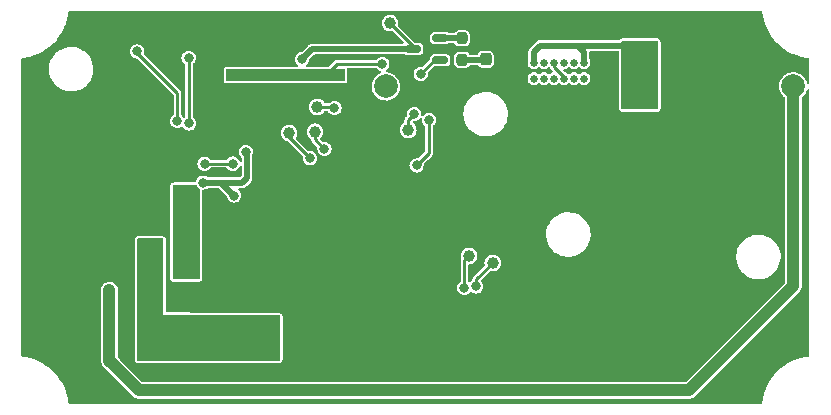
<source format=gbr>
%TF.GenerationSoftware,KiCad,Pcbnew,(6.0.11-0)*%
%TF.CreationDate,2023-04-11T08:14:18-04:00*%
%TF.ProjectId,SLAPS_Solar_Harvester,534c4150-535f-4536-9f6c-61725f486172,rev?*%
%TF.SameCoordinates,Original*%
%TF.FileFunction,Copper,L1,Top*%
%TF.FilePolarity,Positive*%
%FSLAX46Y46*%
G04 Gerber Fmt 4.6, Leading zero omitted, Abs format (unit mm)*
G04 Created by KiCad (PCBNEW (6.0.11-0)) date 2023-04-11 08:14:18*
%MOMM*%
%LPD*%
G01*
G04 APERTURE LIST*
G04 Aperture macros list*
%AMRoundRect*
0 Rectangle with rounded corners*
0 $1 Rounding radius*
0 $2 $3 $4 $5 $6 $7 $8 $9 X,Y pos of 4 corners*
0 Add a 4 corners polygon primitive as box body*
4,1,4,$2,$3,$4,$5,$6,$7,$8,$9,$2,$3,0*
0 Add four circle primitives for the rounded corners*
1,1,$1+$1,$2,$3*
1,1,$1+$1,$4,$5*
1,1,$1+$1,$6,$7*
1,1,$1+$1,$8,$9*
0 Add four rect primitives between the rounded corners*
20,1,$1+$1,$2,$3,$4,$5,0*
20,1,$1+$1,$4,$5,$6,$7,0*
20,1,$1+$1,$6,$7,$8,$9,0*
20,1,$1+$1,$8,$9,$2,$3,0*%
G04 Aperture macros list end*
%TA.AperFunction,SMDPad,CuDef*%
%ADD10C,1.000000*%
%TD*%
%TA.AperFunction,SMDPad,CuDef*%
%ADD11RoundRect,0.237500X-0.237500X0.250000X-0.237500X-0.250000X0.237500X-0.250000X0.237500X0.250000X0*%
%TD*%
%TA.AperFunction,SMDPad,CuDef*%
%ADD12RoundRect,0.150000X0.512500X0.150000X-0.512500X0.150000X-0.512500X-0.150000X0.512500X-0.150000X0*%
%TD*%
%TA.AperFunction,SMDPad,CuDef*%
%ADD13R,3.200000X1.000000*%
%TD*%
%TA.AperFunction,ComponentPad*%
%ADD14C,2.000000*%
%TD*%
%TA.AperFunction,ComponentPad*%
%ADD15C,0.670000*%
%TD*%
%TA.AperFunction,ComponentPad*%
%ADD16O,0.900000X1.700000*%
%TD*%
%TA.AperFunction,ComponentPad*%
%ADD17O,0.900000X2.400000*%
%TD*%
%TA.AperFunction,SMDPad,CuDef*%
%ADD18RoundRect,0.250001X-0.462499X-1.074999X0.462499X-1.074999X0.462499X1.074999X-0.462499X1.074999X0*%
%TD*%
%TA.AperFunction,ComponentPad*%
%ADD19C,3.000000*%
%TD*%
%TA.AperFunction,SMDPad,CuDef*%
%ADD20RoundRect,0.237500X-0.237500X0.287500X-0.237500X-0.287500X0.237500X-0.287500X0.237500X0.287500X0*%
%TD*%
%TA.AperFunction,ComponentPad*%
%ADD21C,0.600000*%
%TD*%
%TA.AperFunction,SMDPad,CuDef*%
%ADD22R,1.500000X2.500000*%
%TD*%
%TA.AperFunction,SMDPad,CuDef*%
%ADD23R,2.500000X2.500000*%
%TD*%
%TA.AperFunction,ViaPad*%
%ADD24C,0.800000*%
%TD*%
%TA.AperFunction,Conductor*%
%ADD25C,0.500000*%
%TD*%
%TA.AperFunction,Conductor*%
%ADD26C,0.250000*%
%TD*%
%TA.AperFunction,Conductor*%
%ADD27C,1.000000*%
%TD*%
G04 APERTURE END LIST*
D10*
%TO.P,TP14,1,1*%
%TO.N,+3V3*%
X154600000Y-91400000D03*
%TD*%
D11*
%TO.P,R7,1*%
%TO.N,Net-(Q1-Pad2)*%
X160700000Y-92687500D03*
%TO.P,R7,2*%
%TO.N,Net-(D1-Pad2)*%
X160700000Y-94512500D03*
%TD*%
D12*
%TO.P,Q1,1,G*%
%TO.N,/D1*%
X158837500Y-94550000D03*
%TO.P,Q1,2,S*%
%TO.N,Net-(Q1-Pad2)*%
X158837500Y-92650000D03*
%TO.P,Q1,3,D*%
%TO.N,+3V3*%
X156562500Y-93600000D03*
%TD*%
D13*
%TO.P,B1,1,1*%
%TO.N,Net-(B1-Pad1)*%
X149150000Y-95800000D03*
X142350000Y-95800000D03*
%TO.P,B1,2,2*%
%TO.N,GND*%
X142350000Y-91800000D03*
X149150000Y-91800000D03*
%TD*%
D14*
%TO.P,J3,1,Pin_1*%
%TO.N,GND*%
X159250000Y-96750000D03*
%TD*%
%TO.P,J2,1,Pin_1*%
%TO.N,GND*%
X124750000Y-96750000D03*
%TD*%
D15*
%TO.P,J1,A1,GND*%
%TO.N,GND*%
X171875000Y-96098579D03*
%TO.P,J1,A4,VBUS*%
%TO.N,VBUS*%
X171025000Y-96098579D03*
%TO.P,J1,A5,CC1*%
%TO.N,Net-(J1-PadA5)*%
X170175000Y-96098579D03*
%TO.P,J1,A6,D+*%
%TO.N,Net-(D2-Pad6)*%
X169325000Y-96098579D03*
%TO.P,J1,A7,D-*%
%TO.N,Net-(D2-Pad4)*%
X168475000Y-96098579D03*
%TO.P,J1,A8,SBU1*%
%TO.N,unconnected-(J1-PadA8)*%
X167625000Y-96098579D03*
%TO.P,J1,A9,VBUS*%
%TO.N,VBUS*%
X166775000Y-96098579D03*
%TO.P,J1,A12,GND*%
%TO.N,GND*%
X165925000Y-96098579D03*
%TO.P,J1,B1,GND*%
X165925000Y-94748579D03*
%TO.P,J1,B4,VBUS*%
%TO.N,VBUS*%
X166775000Y-94748579D03*
%TO.P,J1,B5,CC2*%
%TO.N,Net-(J1-PadB5)*%
X167625000Y-94748579D03*
%TO.P,J1,B6,D+*%
%TO.N,Net-(D2-Pad6)*%
X168475000Y-94748579D03*
%TO.P,J1,B7,D-*%
%TO.N,Net-(D2-Pad4)*%
X169325000Y-94748579D03*
%TO.P,J1,B8,SBU2*%
%TO.N,unconnected-(J1-PadB8)*%
X170175000Y-94748579D03*
%TO.P,J1,B9,VBUS*%
%TO.N,VBUS*%
X171025000Y-94748579D03*
%TO.P,J1,B12,GND*%
%TO.N,GND*%
X171875000Y-94748579D03*
D16*
%TO.P,J1,S1,SHIELD*%
X164575000Y-91738579D03*
X173225000Y-91738579D03*
D17*
X173225000Y-95118579D03*
X164575000Y-95118579D03*
%TD*%
D18*
%TO.P,F1,1*%
%TO.N,Net-(BT1-Pad1)*%
X134312500Y-111350000D03*
%TO.P,F1,2*%
%TO.N,Net-(F1-Pad2)*%
X137287500Y-111350000D03*
%TD*%
D19*
%TO.P,BT1,1,+*%
%TO.N,Net-(BT1-Pad1)*%
X135230000Y-118000000D03*
X143000000Y-118000000D03*
%TO.P,BT1,2,-*%
%TO.N,GND*%
X178770000Y-118000000D03*
X171000000Y-118000000D03*
%TD*%
D10*
%TO.P,TP13,1,1*%
%TO.N,/MISO*%
X146050000Y-100700000D03*
%TD*%
%TO.P,TP17,1,1*%
%TO.N,Net-(U1-Pad32)*%
X161300000Y-111100000D03*
%TD*%
D14*
%TO.P,J5,1,Pin_1*%
%TO.N,Net-(J4-Pad1)*%
X154250000Y-96750000D03*
%TD*%
D10*
%TO.P,TP10,1,1*%
%TO.N,/SSEL*%
X156150000Y-100450000D03*
%TD*%
D14*
%TO.P,J4,1,Pin_1*%
%TO.N,Net-(J4-Pad1)*%
X188750000Y-96750000D03*
%TD*%
D10*
%TO.P,TP16,1,1*%
%TO.N,Net-(U1-Pad31)*%
X163300000Y-111700000D03*
%TD*%
%TO.P,TP11,1,1*%
%TO.N,/SCK*%
X148450000Y-98500000D03*
%TD*%
D20*
%TO.P,D1,1,K*%
%TO.N,GND*%
X162700000Y-92725000D03*
%TO.P,D1,2,A*%
%TO.N,Net-(D1-Pad2)*%
X162700000Y-94475000D03*
%TD*%
D10*
%TO.P,TP4,1,1*%
%TO.N,GND*%
X183000000Y-99100000D03*
%TD*%
%TO.P,TP12,1,1*%
%TO.N,/MOSI*%
X148250000Y-100600000D03*
%TD*%
D21*
%TO.P,U8,13,GND*%
%TO.N,GND*%
X129200000Y-107600000D03*
X128200000Y-109600000D03*
X129200000Y-109600000D03*
D22*
X128700000Y-108600000D03*
D21*
X128200000Y-107600000D03*
X129200000Y-108600000D03*
X128200000Y-108600000D03*
%TD*%
%TO.P,U3,29,GND*%
%TO.N,GND*%
X136100000Y-103300000D03*
X135100000Y-102300000D03*
D23*
X135100000Y-103300000D03*
D21*
X135100000Y-103300000D03*
X134100000Y-102300000D03*
X135100000Y-104300000D03*
X136100000Y-104300000D03*
X136100000Y-102300000D03*
X134100000Y-104300000D03*
X134100000Y-103300000D03*
%TD*%
D24*
%TO.N,+3V3*%
X142400000Y-102300000D03*
X138800000Y-104900000D03*
X147150000Y-94450000D03*
X141400000Y-106000000D03*
%TO.N,Net-(JP1-Pad2)*%
X136600000Y-99700000D03*
X133200000Y-93800000D03*
%TO.N,Net-(JP2-Pad2)*%
X137600000Y-99900000D03*
X137550000Y-94350000D03*
%TO.N,/D1*%
X157200000Y-95700000D03*
%TO.N,Net-(F1-Pad2)*%
X137300000Y-106600000D03*
X137600000Y-105700000D03*
%TO.N,VBUS*%
X175900000Y-94800000D03*
X174900000Y-94200000D03*
X174900000Y-95400000D03*
X175800000Y-93600000D03*
X175800000Y-96000000D03*
%TO.N,+1V8*%
X141300000Y-103300000D03*
X138900000Y-103300000D03*
%TO.N,/SSEL*%
X156650000Y-99100000D03*
%TO.N,GND*%
X151400000Y-104500000D03*
X150300000Y-109000000D03*
X169300000Y-101500000D03*
X133950000Y-107500000D03*
X153600000Y-101000000D03*
X145200000Y-106200000D03*
X180700000Y-97400000D03*
X129300000Y-92500000D03*
X133200000Y-96900000D03*
X153700000Y-106700000D03*
X147900000Y-113500000D03*
X137600000Y-92200000D03*
X172400000Y-100400000D03*
X163300000Y-109100000D03*
%TO.N,/SCK*%
X149900000Y-98600000D03*
%TO.N,/MOSI*%
X149050000Y-102050000D03*
%TO.N,/MISO*%
X147850000Y-102850000D03*
%TO.N,Net-(J4-Pad1)*%
X130850000Y-114000000D03*
%TO.N,Net-(B1-Pad1)*%
X156850000Y-103450000D03*
X153950000Y-94850000D03*
X157900000Y-99600000D03*
%TO.N,Net-(U1-Pad31)*%
X161900000Y-113700000D03*
%TO.N,Net-(U1-Pad32)*%
X160900000Y-113800000D03*
%TD*%
D25*
%TO.N,Net-(D1-Pad2)*%
X160700000Y-94512500D02*
X162662500Y-94512500D01*
D26*
%TO.N,+3V3*%
X156562500Y-93600000D02*
X156562500Y-93362500D01*
D25*
X142100000Y-104900000D02*
X142500000Y-104500000D01*
X142500000Y-102400000D02*
X142400000Y-102300000D01*
X142500000Y-104500000D02*
X142500000Y-102400000D01*
D26*
X156562500Y-93362500D02*
X154600000Y-91400000D01*
D25*
X140300000Y-104900000D02*
X141400000Y-106000000D01*
X141200000Y-104900000D02*
X142100000Y-104900000D01*
X148800000Y-93600000D02*
X148000000Y-93600000D01*
X148000000Y-93600000D02*
X147150000Y-94450000D01*
X156562500Y-93600000D02*
X148800000Y-93600000D01*
X140300000Y-104900000D02*
X141200000Y-104900000D01*
X140300000Y-104900000D02*
X138800000Y-104900000D01*
D26*
%TO.N,Net-(JP1-Pad2)*%
X136600000Y-97300000D02*
X133200000Y-93900000D01*
X136600000Y-99700000D02*
X136600000Y-97300000D01*
X133200000Y-93900000D02*
X133200000Y-93800000D01*
%TO.N,Net-(JP2-Pad2)*%
X137600000Y-94400000D02*
X137550000Y-94350000D01*
X137600000Y-99900000D02*
X137600000Y-94400000D01*
%TO.N,/D1*%
X158350000Y-94550000D02*
X158837500Y-94550000D01*
X157200000Y-95700000D02*
X158350000Y-94550000D01*
D25*
%TO.N,Net-(Q1-Pad2)*%
X158837500Y-92650000D02*
X160662500Y-92650000D01*
D26*
%TO.N,Net-(D2-Pad6)*%
X168475000Y-95075000D02*
X168475000Y-94748579D01*
X169325000Y-95925000D02*
X168475000Y-95075000D01*
X169325000Y-96098579D02*
X169325000Y-95925000D01*
D25*
%TO.N,VBUS*%
X170100000Y-93300000D02*
X170500000Y-93300000D01*
X167300000Y-93300000D02*
X170100000Y-93300000D01*
X174700000Y-93300000D02*
X175500000Y-93300000D01*
X175500000Y-93300000D02*
X175800000Y-93600000D01*
X166775000Y-93825000D02*
X167300000Y-93300000D01*
X170100000Y-93300000D02*
X174700000Y-93300000D01*
X171025000Y-94748579D02*
X171025000Y-93825000D01*
X166775000Y-94748579D02*
X166775000Y-93825000D01*
X171025000Y-93825000D02*
X170500000Y-93300000D01*
D26*
%TO.N,+1V8*%
X138900000Y-103300000D02*
X141300000Y-103300000D01*
%TO.N,/SSEL*%
X156650000Y-99100000D02*
X156150000Y-99600000D01*
X156150000Y-99600000D02*
X156150000Y-100450000D01*
D27*
%TO.N,GND*%
X162700000Y-92725000D02*
X163686421Y-91738579D01*
X163686421Y-91738579D02*
X164575000Y-91738579D01*
D26*
%TO.N,/SCK*%
X149800000Y-98500000D02*
X148450000Y-98500000D01*
X149900000Y-98600000D02*
X149800000Y-98500000D01*
%TO.N,/MOSI*%
X149050000Y-102050000D02*
X148250000Y-101250000D01*
X148250000Y-101250000D02*
X148250000Y-100600000D01*
%TO.N,/MISO*%
X147850000Y-102850000D02*
X146050000Y-101050000D01*
X146050000Y-101050000D02*
X146050000Y-100700000D01*
D27*
%TO.N,Net-(J4-Pad1)*%
X133350000Y-122500000D02*
X131150000Y-120300000D01*
X130850000Y-120000000D02*
X130850000Y-114000000D01*
X131150000Y-120300000D02*
X130850000Y-120000000D01*
X188750000Y-96750000D02*
X188750000Y-113650000D01*
X188750000Y-113650000D02*
X179900000Y-122500000D01*
X179900000Y-122500000D02*
X133350000Y-122500000D01*
D26*
%TO.N,Net-(B1-Pad1)*%
X157900000Y-102400000D02*
X157900000Y-99600000D01*
X150100000Y-94850000D02*
X149150000Y-95800000D01*
X156850000Y-103450000D02*
X157900000Y-102400000D01*
D27*
X149150000Y-95800000D02*
X142350000Y-95800000D01*
D26*
X153950000Y-94850000D02*
X150100000Y-94850000D01*
%TO.N,Net-(U1-Pad31)*%
X161900000Y-113700000D02*
X161900000Y-113100000D01*
X161900000Y-113100000D02*
X163300000Y-111700000D01*
%TO.N,Net-(U1-Pad32)*%
X160900000Y-113800000D02*
X160900000Y-111500000D01*
X160900000Y-111500000D02*
X161300000Y-111100000D01*
%TD*%
%TA.AperFunction,Conductor*%
%TO.N,GND*%
G36*
X186092266Y-90400407D02*
G01*
X186128230Y-90449907D01*
X186132338Y-90468441D01*
X186162855Y-90717113D01*
X186163312Y-90719253D01*
X186163313Y-90719257D01*
X186167697Y-90739770D01*
X186244361Y-91098498D01*
X186245004Y-91100583D01*
X186245006Y-91100592D01*
X186333188Y-91386690D01*
X186359234Y-91471194D01*
X186360059Y-91473215D01*
X186360059Y-91473216D01*
X186398525Y-91567486D01*
X186506576Y-91832288D01*
X186507574Y-91834225D01*
X186507577Y-91834231D01*
X186684232Y-92177011D01*
X186684238Y-92177022D01*
X186685235Y-92178956D01*
X186893816Y-92508490D01*
X186895151Y-92510236D01*
X187094034Y-92770372D01*
X187130686Y-92818313D01*
X187132166Y-92819930D01*
X187370739Y-93080593D01*
X187393996Y-93106004D01*
X187681687Y-93369314D01*
X187683431Y-93370648D01*
X187683433Y-93370649D01*
X187748517Y-93420408D01*
X187991510Y-93606184D01*
X188321044Y-93814765D01*
X188322978Y-93815762D01*
X188322989Y-93815768D01*
X188665769Y-93992423D01*
X188665775Y-93992426D01*
X188667712Y-93993424D01*
X188779239Y-94038932D01*
X188956025Y-94111068D01*
X189028806Y-94140766D01*
X189030892Y-94141409D01*
X189030895Y-94141410D01*
X189399408Y-94254994D01*
X189399417Y-94254996D01*
X189401502Y-94255639D01*
X189599195Y-94297888D01*
X189780743Y-94336687D01*
X189780747Y-94336688D01*
X189782887Y-94337145D01*
X189785064Y-94337412D01*
X189785063Y-94337412D01*
X190031559Y-94367662D01*
X190087013Y-94393517D01*
X190116680Y-94447029D01*
X190118500Y-94465925D01*
X190118500Y-96463573D01*
X190099593Y-96521764D01*
X190050093Y-96557728D01*
X189988907Y-96557728D01*
X189939407Y-96521764D01*
X189924217Y-96490445D01*
X189876799Y-96322311D01*
X189876798Y-96322310D01*
X189875565Y-96317936D01*
X189873557Y-96313864D01*
X189873555Y-96313859D01*
X189779988Y-96124125D01*
X189777980Y-96120053D01*
X189645967Y-95943267D01*
X189558874Y-95862759D01*
X189487279Y-95796577D01*
X189487278Y-95796576D01*
X189483949Y-95793499D01*
X189450551Y-95772426D01*
X189301187Y-95678185D01*
X189297350Y-95675764D01*
X189092421Y-95594006D01*
X188876024Y-95550962D01*
X188767347Y-95549539D01*
X188659946Y-95548133D01*
X188659941Y-95548133D01*
X188655406Y-95548074D01*
X188650933Y-95548843D01*
X188650928Y-95548843D01*
X188442435Y-95584668D01*
X188442429Y-95584670D01*
X188437957Y-95585438D01*
X188334457Y-95623621D01*
X188235220Y-95660231D01*
X188235217Y-95660232D01*
X188230957Y-95661804D01*
X188227054Y-95664126D01*
X188227052Y-95664127D01*
X188207492Y-95675764D01*
X188041341Y-95774614D01*
X188037926Y-95777609D01*
X188037923Y-95777611D01*
X187985742Y-95823373D01*
X187875457Y-95920090D01*
X187872649Y-95923652D01*
X187844953Y-95958785D01*
X187738863Y-96093360D01*
X187736749Y-96097378D01*
X187649566Y-96263085D01*
X187636131Y-96288620D01*
X187634787Y-96292949D01*
X187573953Y-96488867D01*
X187570703Y-96499333D01*
X187570169Y-96503843D01*
X187570169Y-96503844D01*
X187563240Y-96562384D01*
X187544770Y-96718440D01*
X187559200Y-96938604D01*
X187560316Y-96942997D01*
X187560316Y-96942999D01*
X187598931Y-97095044D01*
X187613511Y-97152452D01*
X187705883Y-97352821D01*
X187833222Y-97533002D01*
X187991264Y-97686961D01*
X187995040Y-97689484D01*
X188005502Y-97696475D01*
X188043381Y-97744525D01*
X188049500Y-97778790D01*
X188049500Y-113318836D01*
X188030593Y-113377027D01*
X188020504Y-113388840D01*
X179638839Y-121770504D01*
X179584322Y-121798281D01*
X179568835Y-121799500D01*
X133681164Y-121799500D01*
X133622973Y-121780593D01*
X133611160Y-121770504D01*
X131741657Y-119901000D01*
X132994500Y-119901000D01*
X132997030Y-119933144D01*
X133001875Y-119963737D01*
X133004107Y-119969126D01*
X133004108Y-119969129D01*
X133029727Y-120030980D01*
X133038592Y-120052383D01*
X133074556Y-120101883D01*
X133098797Y-120129628D01*
X133177307Y-120176536D01*
X133182590Y-120178252D01*
X133182591Y-120178253D01*
X133207684Y-120186406D01*
X133235498Y-120195443D01*
X133239342Y-120196052D01*
X133239347Y-120196053D01*
X133295152Y-120204891D01*
X133295157Y-120204891D01*
X133299000Y-120205500D01*
X145201000Y-120205500D01*
X145233144Y-120202970D01*
X145263737Y-120198125D01*
X145269126Y-120195893D01*
X145269129Y-120195892D01*
X145346990Y-120163642D01*
X145346992Y-120163641D01*
X145352383Y-120161408D01*
X145401883Y-120125444D01*
X145429628Y-120101203D01*
X145476536Y-120022693D01*
X145481448Y-120007577D01*
X145494240Y-119968205D01*
X145494240Y-119968203D01*
X145495443Y-119964502D01*
X145496478Y-119957970D01*
X145504891Y-119904848D01*
X145504891Y-119904843D01*
X145505500Y-119901000D01*
X145505500Y-116234172D01*
X145503028Y-116202391D01*
X145502732Y-116200497D01*
X145502730Y-116200484D01*
X145499191Y-116177878D01*
X145499191Y-116177877D01*
X145498292Y-116172136D01*
X145461949Y-116083723D01*
X145426163Y-116034095D01*
X145402023Y-116006265D01*
X145323681Y-115959076D01*
X145285258Y-115946439D01*
X145269250Y-115941174D01*
X145269247Y-115941173D01*
X145265558Y-115939960D01*
X145226847Y-115933686D01*
X145205938Y-115930297D01*
X145205934Y-115930297D01*
X145202092Y-115929674D01*
X145198193Y-115929660D01*
X139699533Y-115909928D01*
X135704145Y-115895590D01*
X135646022Y-115876474D01*
X135610236Y-115826846D01*
X135605500Y-115796591D01*
X135605500Y-113800000D01*
X160294318Y-113800000D01*
X160314956Y-113956762D01*
X160375464Y-114102841D01*
X160471718Y-114228282D01*
X160597159Y-114324536D01*
X160743238Y-114385044D01*
X160900000Y-114405682D01*
X161056762Y-114385044D01*
X161202841Y-114324536D01*
X161328282Y-114228282D01*
X161369468Y-114174607D01*
X161419892Y-114139953D01*
X161481056Y-114141555D01*
X161508277Y-114156334D01*
X161597159Y-114224536D01*
X161743238Y-114285044D01*
X161900000Y-114305682D01*
X162056762Y-114285044D01*
X162202841Y-114224536D01*
X162328282Y-114128282D01*
X162424536Y-114002841D01*
X162485044Y-113856762D01*
X162505682Y-113700000D01*
X162485044Y-113543238D01*
X162424536Y-113397159D01*
X162328282Y-113271718D01*
X162326930Y-113270681D01*
X162300072Y-113217962D01*
X162309647Y-113157530D01*
X162327850Y-113132476D01*
X163050762Y-112409564D01*
X163105279Y-112381787D01*
X163145887Y-112383809D01*
X163204233Y-112399116D01*
X163210202Y-112399210D01*
X163210204Y-112399210D01*
X163272341Y-112400186D01*
X163373760Y-112401779D01*
X163379575Y-112400447D01*
X163379577Y-112400447D01*
X163533206Y-112365262D01*
X163533209Y-112365261D01*
X163539029Y-112363928D01*
X163690498Y-112287747D01*
X163695035Y-112283872D01*
X163695038Y-112283870D01*
X163814888Y-112181508D01*
X163814891Y-112181505D01*
X163819423Y-112177634D01*
X163885538Y-112085625D01*
X163914877Y-112044796D01*
X163914878Y-112044794D01*
X163918361Y-112039947D01*
X163981601Y-111882634D01*
X163984825Y-111859981D01*
X164005034Y-111717985D01*
X164005034Y-111717979D01*
X164005490Y-111714778D01*
X164005645Y-111700000D01*
X163985276Y-111531680D01*
X163925345Y-111373077D01*
X163906112Y-111345092D01*
X163832692Y-111238267D01*
X163829312Y-111233349D01*
X163702721Y-111120560D01*
X163552881Y-111041224D01*
X163470661Y-111020571D01*
X163394231Y-111001373D01*
X163394228Y-111001373D01*
X163388441Y-110999919D01*
X163302841Y-110999471D01*
X163224861Y-110999062D01*
X163224859Y-110999062D01*
X163218895Y-110999031D01*
X163213099Y-111000423D01*
X163213095Y-111000423D01*
X163105703Y-111026207D01*
X163054032Y-111038612D01*
X163022475Y-111054900D01*
X162908675Y-111113636D01*
X162908673Y-111113638D01*
X162903369Y-111116375D01*
X162775604Y-111227831D01*
X162772173Y-111232713D01*
X162772172Y-111232714D01*
X162705811Y-111327136D01*
X162678113Y-111366547D01*
X162616524Y-111524513D01*
X162594394Y-111692611D01*
X162595049Y-111698544D01*
X162595049Y-111698548D01*
X162606189Y-111799450D01*
X162612999Y-111861135D01*
X162613299Y-111861955D01*
X162608344Y-111920951D01*
X162587084Y-111952590D01*
X161682943Y-112856731D01*
X161676576Y-112862565D01*
X161646806Y-112887545D01*
X161642477Y-112895044D01*
X161627373Y-112921205D01*
X161622732Y-112928489D01*
X161600446Y-112960316D01*
X161598204Y-112968684D01*
X161595738Y-112973971D01*
X161593742Y-112979456D01*
X161589412Y-112986955D01*
X161587909Y-112995481D01*
X161587908Y-112995483D01*
X161582666Y-113025216D01*
X161580796Y-113033651D01*
X161575640Y-113052894D01*
X161570736Y-113071193D01*
X161571491Y-113079822D01*
X161574123Y-113109905D01*
X161574500Y-113118534D01*
X161574500Y-113144030D01*
X161555593Y-113202221D01*
X161535768Y-113222571D01*
X161471718Y-113271718D01*
X161432696Y-113322573D01*
X161430533Y-113325392D01*
X161380108Y-113360047D01*
X161318944Y-113358445D01*
X161291725Y-113343667D01*
X161267908Y-113325392D01*
X161264233Y-113322572D01*
X161229577Y-113272149D01*
X161225500Y-113244030D01*
X161225500Y-111900018D01*
X161244407Y-111841827D01*
X161293907Y-111805863D01*
X161326054Y-111801030D01*
X161350236Y-111801409D01*
X161373760Y-111801779D01*
X161379575Y-111800447D01*
X161379577Y-111800447D01*
X161533206Y-111765262D01*
X161533209Y-111765261D01*
X161539029Y-111763928D01*
X161690498Y-111687747D01*
X161695035Y-111683872D01*
X161695038Y-111683870D01*
X161814888Y-111581508D01*
X161814891Y-111581505D01*
X161819423Y-111577634D01*
X161848189Y-111537602D01*
X161914877Y-111444796D01*
X161914878Y-111444794D01*
X161918361Y-111439947D01*
X161944884Y-111373971D01*
X161979377Y-111288167D01*
X161979378Y-111288165D01*
X161981601Y-111282634D01*
X161985505Y-111255204D01*
X162005034Y-111117985D01*
X162005034Y-111117979D01*
X162005490Y-111114778D01*
X162005645Y-111100000D01*
X161991375Y-110982076D01*
X161985993Y-110937602D01*
X161985992Y-110937599D01*
X161985276Y-110931680D01*
X161925345Y-110773077D01*
X161829312Y-110633349D01*
X161702721Y-110520560D01*
X161552881Y-110441224D01*
X161434252Y-110411426D01*
X161394231Y-110401373D01*
X161394228Y-110401373D01*
X161388441Y-110399919D01*
X161302841Y-110399471D01*
X161224861Y-110399062D01*
X161224859Y-110399062D01*
X161218895Y-110399031D01*
X161213099Y-110400423D01*
X161213095Y-110400423D01*
X161128739Y-110420676D01*
X161054032Y-110438612D01*
X160980579Y-110476524D01*
X160908675Y-110513636D01*
X160908673Y-110513638D01*
X160903369Y-110516375D01*
X160775604Y-110627831D01*
X160678113Y-110766547D01*
X160616524Y-110924513D01*
X160615745Y-110930428D01*
X160615745Y-110930429D01*
X160614682Y-110938505D01*
X160594394Y-111092611D01*
X160595049Y-111098544D01*
X160595049Y-111098548D01*
X160606529Y-111202528D01*
X160612999Y-111261135D01*
X160615049Y-111266738D01*
X160616413Y-111272551D01*
X160615030Y-111272875D01*
X160617023Y-111327136D01*
X160608478Y-111345092D01*
X160609075Y-111345371D01*
X160605415Y-111353220D01*
X160600446Y-111360316D01*
X160598204Y-111368683D01*
X160595738Y-111373971D01*
X160593742Y-111379456D01*
X160589412Y-111386955D01*
X160587909Y-111395481D01*
X160587908Y-111395483D01*
X160582666Y-111425216D01*
X160580796Y-111433650D01*
X160570736Y-111471193D01*
X160571491Y-111479822D01*
X160574123Y-111509905D01*
X160574500Y-111518534D01*
X160574500Y-113244030D01*
X160555593Y-113302221D01*
X160535768Y-113322571D01*
X160471718Y-113371718D01*
X160375464Y-113497159D01*
X160314956Y-113643238D01*
X160294318Y-113800000D01*
X135605500Y-113800000D01*
X135605500Y-113001000D01*
X135994500Y-113001000D01*
X135997030Y-113033144D01*
X136001875Y-113063737D01*
X136004107Y-113069126D01*
X136004108Y-113069129D01*
X136035132Y-113144030D01*
X136038592Y-113152383D01*
X136074556Y-113201883D01*
X136098797Y-113229628D01*
X136177307Y-113276536D01*
X136235498Y-113295443D01*
X136239342Y-113296052D01*
X136239347Y-113296053D01*
X136295152Y-113304891D01*
X136295157Y-113304891D01*
X136299000Y-113305500D01*
X138401000Y-113305500D01*
X138433144Y-113302970D01*
X138463737Y-113298125D01*
X138469126Y-113295893D01*
X138469129Y-113295892D01*
X138546990Y-113263642D01*
X138546992Y-113263641D01*
X138552383Y-113261408D01*
X138601883Y-113225444D01*
X138629628Y-113201203D01*
X138676536Y-113122693D01*
X138691079Y-113077935D01*
X138694240Y-113068205D01*
X138694240Y-113068203D01*
X138695443Y-113064502D01*
X138696478Y-113057970D01*
X138704891Y-113004848D01*
X138704891Y-113004843D01*
X138705500Y-113001000D01*
X138705500Y-109240750D01*
X167814625Y-109240750D01*
X167814762Y-109244241D01*
X167814762Y-109244246D01*
X167818075Y-109328568D01*
X167825085Y-109506992D01*
X167825714Y-109510435D01*
X167825714Y-109510437D01*
X167860864Y-109702894D01*
X167872956Y-109769105D01*
X167874064Y-109772426D01*
X167942567Y-109977756D01*
X167957280Y-110021858D01*
X168076377Y-110260208D01*
X168227869Y-110479399D01*
X168408735Y-110675058D01*
X168411445Y-110677265D01*
X168411449Y-110677268D01*
X168612654Y-110841075D01*
X168615364Y-110843281D01*
X168843635Y-110980711D01*
X169088993Y-111084606D01*
X169346542Y-111152894D01*
X169350015Y-111153305D01*
X169350020Y-111153306D01*
X169558802Y-111178017D01*
X169611143Y-111184212D01*
X169614632Y-111184130D01*
X169614637Y-111184130D01*
X169735800Y-111181275D01*
X169877517Y-111177935D01*
X170100919Y-111140750D01*
X183914625Y-111140750D01*
X183914762Y-111144241D01*
X183914762Y-111144246D01*
X183916854Y-111197481D01*
X183925085Y-111406992D01*
X183925714Y-111410435D01*
X183925714Y-111410437D01*
X183956958Y-111581508D01*
X183972956Y-111669105D01*
X183974064Y-111672426D01*
X184049994Y-111900018D01*
X184057280Y-111921858D01*
X184176377Y-112160208D01*
X184327869Y-112379399D01*
X184508735Y-112575058D01*
X184511445Y-112577265D01*
X184511449Y-112577268D01*
X184712654Y-112741075D01*
X184715364Y-112743281D01*
X184943635Y-112880711D01*
X185188993Y-112984606D01*
X185446542Y-113052894D01*
X185450015Y-113053305D01*
X185450020Y-113053306D01*
X185658802Y-113078017D01*
X185711143Y-113084212D01*
X185714632Y-113084130D01*
X185714637Y-113084130D01*
X185835800Y-113081275D01*
X185977517Y-113077935D01*
X186030423Y-113069129D01*
X186236894Y-113034762D01*
X186236893Y-113034762D01*
X186240349Y-113034187D01*
X186243681Y-113033133D01*
X186243686Y-113033132D01*
X186345286Y-113001000D01*
X186494396Y-112953843D01*
X186497554Y-112952327D01*
X186497558Y-112952325D01*
X186731426Y-112840023D01*
X186731427Y-112840022D01*
X186734587Y-112838505D01*
X186956130Y-112690474D01*
X187154606Y-112512704D01*
X187326054Y-112308743D01*
X187467052Y-112082659D01*
X187574789Y-111838963D01*
X187647114Y-111582519D01*
X187682584Y-111318442D01*
X187682751Y-111313138D01*
X187686227Y-111202528D01*
X187686227Y-111202519D01*
X187686306Y-111200000D01*
X187685183Y-111184130D01*
X187672243Y-111001373D01*
X187667488Y-110934217D01*
X187611408Y-110673737D01*
X187589755Y-110615043D01*
X187553868Y-110517769D01*
X187519185Y-110423758D01*
X187392661Y-110189267D01*
X187387781Y-110182659D01*
X187271320Y-110024985D01*
X187234358Y-109974942D01*
X187195622Y-109935592D01*
X187049893Y-109787556D01*
X187047437Y-109785061D01*
X186835625Y-109623412D01*
X186603150Y-109493219D01*
X186354650Y-109397082D01*
X186351244Y-109396293D01*
X186351239Y-109396291D01*
X186191221Y-109359202D01*
X186095083Y-109336918D01*
X185888055Y-109318987D01*
X185833117Y-109314229D01*
X185833116Y-109314229D01*
X185829629Y-109313927D01*
X185714949Y-109320238D01*
X185567082Y-109328375D01*
X185567076Y-109328376D01*
X185563583Y-109328568D01*
X185302255Y-109380550D01*
X185050858Y-109468834D01*
X185047757Y-109470445D01*
X185047752Y-109470447D01*
X184970769Y-109510437D01*
X184814408Y-109591660D01*
X184811567Y-109593690D01*
X184811564Y-109593692D01*
X184600473Y-109744539D01*
X184600470Y-109744542D01*
X184597623Y-109746576D01*
X184404829Y-109930492D01*
X184402666Y-109933235D01*
X184402663Y-109933239D01*
X184367569Y-109977756D01*
X184239873Y-110139739D01*
X184238117Y-110142761D01*
X184238115Y-110142765D01*
X184107800Y-110367118D01*
X184106045Y-110370140D01*
X184006016Y-110617099D01*
X184005174Y-110620490D01*
X184005173Y-110620492D01*
X183949385Y-110845083D01*
X183941782Y-110875689D01*
X183935546Y-110936557D01*
X183915239Y-111134762D01*
X183914625Y-111140750D01*
X170100919Y-111140750D01*
X170140349Y-111134187D01*
X170143681Y-111133133D01*
X170143686Y-111133132D01*
X170271812Y-111092611D01*
X170394396Y-111053843D01*
X170397554Y-111052327D01*
X170397558Y-111052325D01*
X170631426Y-110940023D01*
X170631427Y-110940022D01*
X170634587Y-110938505D01*
X170856130Y-110790474D01*
X170987860Y-110672487D01*
X171051995Y-110615043D01*
X171051998Y-110615040D01*
X171054606Y-110612704D01*
X171226054Y-110408743D01*
X171231577Y-110399888D01*
X171365202Y-110185625D01*
X171367052Y-110182659D01*
X171474789Y-109938963D01*
X171476404Y-109933239D01*
X171529622Y-109744539D01*
X171547114Y-109682519D01*
X171582584Y-109418442D01*
X171582983Y-109405760D01*
X171586227Y-109302528D01*
X171586227Y-109302519D01*
X171586306Y-109300000D01*
X171582359Y-109244246D01*
X171567735Y-109037710D01*
X171567488Y-109034217D01*
X171511408Y-108773737D01*
X171419185Y-108523758D01*
X171292661Y-108289267D01*
X171134358Y-108074942D01*
X170947437Y-107885061D01*
X170735625Y-107723412D01*
X170503150Y-107593219D01*
X170254650Y-107497082D01*
X170251244Y-107496293D01*
X170251239Y-107496291D01*
X170091221Y-107459202D01*
X169995083Y-107436918D01*
X169788055Y-107418987D01*
X169733117Y-107414229D01*
X169733116Y-107414229D01*
X169729629Y-107413927D01*
X169614949Y-107420238D01*
X169467082Y-107428375D01*
X169467076Y-107428376D01*
X169463583Y-107428568D01*
X169202255Y-107480550D01*
X168950858Y-107568834D01*
X168947757Y-107570445D01*
X168947752Y-107570447D01*
X168821421Y-107636071D01*
X168714408Y-107691660D01*
X168711567Y-107693690D01*
X168711564Y-107693692D01*
X168500473Y-107844539D01*
X168500470Y-107844542D01*
X168497623Y-107846576D01*
X168304829Y-108030492D01*
X168302666Y-108033235D01*
X168302663Y-108033239D01*
X168267569Y-108077756D01*
X168139873Y-108239739D01*
X168138117Y-108242761D01*
X168138115Y-108242765D01*
X168109317Y-108292345D01*
X168006045Y-108470140D01*
X167906016Y-108717099D01*
X167905174Y-108720490D01*
X167905173Y-108720492D01*
X167892763Y-108770454D01*
X167841782Y-108975689D01*
X167814625Y-109240750D01*
X138705500Y-109240750D01*
X138705500Y-105603835D01*
X138724407Y-105545644D01*
X138773907Y-105509680D01*
X138799537Y-105505621D01*
X138800000Y-105505682D01*
X138956762Y-105485044D01*
X139102841Y-105424536D01*
X139115484Y-105414834D01*
X139172666Y-105370958D01*
X139232933Y-105350500D01*
X140072389Y-105350500D01*
X140130580Y-105369407D01*
X140142393Y-105379496D01*
X140775320Y-106012423D01*
X140803469Y-106069505D01*
X140814956Y-106156762D01*
X140875464Y-106302841D01*
X140971718Y-106428282D01*
X141097159Y-106524536D01*
X141243238Y-106585044D01*
X141400000Y-106605682D01*
X141556762Y-106585044D01*
X141702841Y-106524536D01*
X141828282Y-106428282D01*
X141924536Y-106302841D01*
X141985044Y-106156762D01*
X142002316Y-106025569D01*
X142004835Y-106006434D01*
X142005682Y-106000000D01*
X141985044Y-105843238D01*
X141924536Y-105697159D01*
X141828282Y-105571718D01*
X141771362Y-105528042D01*
X141736706Y-105477618D01*
X141738307Y-105416453D01*
X141775555Y-105367912D01*
X141831629Y-105350500D01*
X142067373Y-105350500D01*
X142079009Y-105351186D01*
X142114310Y-105355364D01*
X142121586Y-105354035D01*
X142121589Y-105354035D01*
X142152288Y-105348428D01*
X142172430Y-105344749D01*
X142175476Y-105344242D01*
X142233962Y-105335449D01*
X142240475Y-105332321D01*
X142247573Y-105331025D01*
X142299982Y-105303801D01*
X142302762Y-105302412D01*
X142349408Y-105280013D01*
X142349411Y-105280011D01*
X142356079Y-105276809D01*
X142360521Y-105272703D01*
X142362781Y-105271180D01*
X142367788Y-105268579D01*
X142372828Y-105264275D01*
X142410460Y-105226643D01*
X142413263Y-105223949D01*
X142450124Y-105189876D01*
X142450126Y-105189873D01*
X142455556Y-105184854D01*
X142459078Y-105178790D01*
X142465638Y-105171465D01*
X142795484Y-104841619D01*
X142804197Y-104833877D01*
X142826299Y-104816453D01*
X142832110Y-104811872D01*
X142865714Y-104763251D01*
X142867517Y-104760728D01*
X142898236Y-104719139D01*
X142898237Y-104719137D01*
X142902634Y-104713184D01*
X142905027Y-104706368D01*
X142909131Y-104700431D01*
X142926956Y-104644071D01*
X142927918Y-104641186D01*
X142947519Y-104585369D01*
X142947756Y-104579327D01*
X142948277Y-104576653D01*
X142949980Y-104571270D01*
X142950500Y-104564663D01*
X142950500Y-104511459D01*
X142950576Y-104507572D01*
X142951782Y-104476871D01*
X142952838Y-104450006D01*
X142951041Y-104443227D01*
X142950500Y-104433407D01*
X142950500Y-102559851D01*
X142958036Y-102521965D01*
X142982560Y-102462759D01*
X142985044Y-102456762D01*
X143005682Y-102300000D01*
X142985044Y-102143238D01*
X142924536Y-101997159D01*
X142828282Y-101871718D01*
X142702841Y-101775464D01*
X142556762Y-101714956D01*
X142400000Y-101694318D01*
X142243238Y-101714956D01*
X142097159Y-101775464D01*
X141971718Y-101871718D01*
X141875464Y-101997159D01*
X141814956Y-102143238D01*
X141794318Y-102300000D01*
X141814956Y-102456762D01*
X141875464Y-102602841D01*
X141971718Y-102728282D01*
X141976871Y-102732236D01*
X142010767Y-102758245D01*
X142045423Y-102808669D01*
X142049500Y-102836787D01*
X142049500Y-103042563D01*
X142030593Y-103100754D01*
X141981093Y-103136718D01*
X141919907Y-103136718D01*
X141870407Y-103100754D01*
X141859036Y-103080449D01*
X141830998Y-103012759D01*
X141824536Y-102997159D01*
X141728282Y-102871718D01*
X141602841Y-102775464D01*
X141456762Y-102714956D01*
X141300000Y-102694318D01*
X141143238Y-102714956D01*
X140997159Y-102775464D01*
X140871718Y-102871718D01*
X140830478Y-102925464D01*
X140822572Y-102935767D01*
X140772148Y-102970423D01*
X140744030Y-102974500D01*
X139455970Y-102974500D01*
X139397779Y-102955593D01*
X139377428Y-102935767D01*
X139369523Y-102925464D01*
X139328282Y-102871718D01*
X139202841Y-102775464D01*
X139056762Y-102714956D01*
X138900000Y-102694318D01*
X138743238Y-102714956D01*
X138597159Y-102775464D01*
X138471718Y-102871718D01*
X138375464Y-102997159D01*
X138314956Y-103143238D01*
X138294318Y-103300000D01*
X138314956Y-103456762D01*
X138375464Y-103602841D01*
X138471718Y-103728282D01*
X138597159Y-103824536D01*
X138743238Y-103885044D01*
X138900000Y-103905682D01*
X139056762Y-103885044D01*
X139202841Y-103824536D01*
X139328282Y-103728282D01*
X139377429Y-103664233D01*
X139427852Y-103629577D01*
X139455970Y-103625500D01*
X140744030Y-103625500D01*
X140802221Y-103644407D01*
X140822571Y-103664232D01*
X140871718Y-103728282D01*
X140997159Y-103824536D01*
X141143238Y-103885044D01*
X141300000Y-103905682D01*
X141456762Y-103885044D01*
X141602841Y-103824536D01*
X141728282Y-103728282D01*
X141824536Y-103602841D01*
X141859036Y-103519551D01*
X141898773Y-103473026D01*
X141958268Y-103458742D01*
X142014795Y-103482157D01*
X142046765Y-103534326D01*
X142049500Y-103557437D01*
X142049500Y-104272389D01*
X142030593Y-104330580D01*
X142020504Y-104342393D01*
X141942393Y-104420504D01*
X141887876Y-104448281D01*
X141872389Y-104449500D01*
X140311459Y-104449500D01*
X140307572Y-104449424D01*
X140257397Y-104447452D01*
X140257394Y-104447452D01*
X140250006Y-104447162D01*
X140243228Y-104448959D01*
X140233403Y-104449500D01*
X139232933Y-104449500D01*
X139172666Y-104429042D01*
X139107990Y-104379415D01*
X139102841Y-104375464D01*
X138956762Y-104314956D01*
X138800000Y-104294318D01*
X138643238Y-104314956D01*
X138497159Y-104375464D01*
X138371718Y-104471718D01*
X138275464Y-104597159D01*
X138214956Y-104743238D01*
X138212321Y-104763259D01*
X138206375Y-104808421D01*
X138180035Y-104863646D01*
X138126264Y-104892842D01*
X138108222Y-104894500D01*
X136299000Y-104894500D01*
X136266856Y-104897030D01*
X136236263Y-104901875D01*
X136230874Y-104904107D01*
X136230871Y-104904108D01*
X136153010Y-104936358D01*
X136153008Y-104936359D01*
X136147617Y-104938592D01*
X136098117Y-104974556D01*
X136070372Y-104998797D01*
X136023464Y-105077307D01*
X136004557Y-105135498D01*
X136003948Y-105139342D01*
X136003947Y-105139347D01*
X135997577Y-105179570D01*
X135994500Y-105199000D01*
X135994500Y-113001000D01*
X135605500Y-113001000D01*
X135605500Y-109699000D01*
X135602970Y-109666856D01*
X135598125Y-109636263D01*
X135578984Y-109590049D01*
X135563642Y-109553010D01*
X135563641Y-109553008D01*
X135561408Y-109547617D01*
X135525444Y-109498117D01*
X135501203Y-109470372D01*
X135422693Y-109423464D01*
X135364502Y-109404557D01*
X135360658Y-109403948D01*
X135360653Y-109403947D01*
X135304848Y-109395109D01*
X135304843Y-109395109D01*
X135301000Y-109394500D01*
X133299000Y-109394500D01*
X133266856Y-109397030D01*
X133236263Y-109401875D01*
X133230874Y-109404107D01*
X133230871Y-109404108D01*
X133153010Y-109436358D01*
X133153008Y-109436359D01*
X133147617Y-109438592D01*
X133098117Y-109474556D01*
X133085346Y-109485714D01*
X133078201Y-109491957D01*
X133070372Y-109498797D01*
X133023464Y-109577307D01*
X133021748Y-109582590D01*
X133021747Y-109582591D01*
X133018140Y-109593692D01*
X133004557Y-109635498D01*
X133003948Y-109639342D01*
X133003947Y-109639347D01*
X132997110Y-109682519D01*
X132994500Y-109699000D01*
X132994500Y-119901000D01*
X131741657Y-119901000D01*
X131615272Y-119774615D01*
X131615265Y-119774608D01*
X131615261Y-119774605D01*
X131579496Y-119738840D01*
X131551719Y-119684323D01*
X131550500Y-119668836D01*
X131550500Y-113957484D01*
X131545867Y-113919197D01*
X131535993Y-113837602D01*
X131535992Y-113837599D01*
X131535276Y-113831680D01*
X131475345Y-113673077D01*
X131459261Y-113649674D01*
X131382692Y-113538267D01*
X131379312Y-113533349D01*
X131252721Y-113420560D01*
X131102881Y-113341224D01*
X131013752Y-113318836D01*
X130944231Y-113301373D01*
X130944228Y-113301373D01*
X130938441Y-113299919D01*
X130852841Y-113299471D01*
X130774861Y-113299062D01*
X130774859Y-113299062D01*
X130768895Y-113299031D01*
X130763099Y-113300423D01*
X130763095Y-113300423D01*
X130659096Y-113325392D01*
X130604032Y-113338612D01*
X130547551Y-113367764D01*
X130458675Y-113413636D01*
X130458673Y-113413638D01*
X130453369Y-113416375D01*
X130325604Y-113527831D01*
X130322173Y-113532713D01*
X130322172Y-113532714D01*
X130231544Y-113661665D01*
X130228113Y-113666547D01*
X130166524Y-113824513D01*
X130149500Y-113953826D01*
X130149500Y-119972271D01*
X130149271Y-119979005D01*
X130145322Y-120036930D01*
X130146347Y-120042801D01*
X130146347Y-120042806D01*
X130156298Y-120099820D01*
X130157055Y-120104947D01*
X130164007Y-120162396D01*
X130164724Y-120168320D01*
X130166833Y-120173901D01*
X130167978Y-120176932D01*
X130172892Y-120194895D01*
X130174473Y-120203954D01*
X130176873Y-120209421D01*
X130200130Y-120262404D01*
X130202088Y-120267202D01*
X130224655Y-120326923D01*
X130228033Y-120331838D01*
X130228037Y-120331846D01*
X130229865Y-120334505D01*
X130238923Y-120350778D01*
X130242621Y-120359202D01*
X130246252Y-120363934D01*
X130246255Y-120363939D01*
X130281487Y-120409854D01*
X130284533Y-120414046D01*
X130290827Y-120423203D01*
X130320688Y-120466651D01*
X130325141Y-120470618D01*
X130325144Y-120470622D01*
X130367234Y-120508122D01*
X130371380Y-120512036D01*
X130684735Y-120825392D01*
X130684740Y-120825397D01*
X132835077Y-122975735D01*
X132839676Y-122980658D01*
X132877831Y-123024396D01*
X132919045Y-123053361D01*
X132930052Y-123061097D01*
X132934205Y-123064182D01*
X132953132Y-123079022D01*
X132979758Y-123099900D01*
X132979761Y-123099902D01*
X132984457Y-123103584D01*
X132989900Y-123106042D01*
X132989901Y-123106042D01*
X132992835Y-123107367D01*
X133009028Y-123116602D01*
X133016547Y-123121887D01*
X133022106Y-123124054D01*
X133022109Y-123124056D01*
X133076027Y-123145078D01*
X133080803Y-123147086D01*
X133109080Y-123159853D01*
X133138984Y-123173355D01*
X133147713Y-123174973D01*
X133148026Y-123175031D01*
X133165938Y-123180133D01*
X133174513Y-123183476D01*
X133237819Y-123191810D01*
X133242914Y-123192616D01*
X133275087Y-123198580D01*
X133299820Y-123203164D01*
X133299823Y-123203164D01*
X133305692Y-123204252D01*
X133367925Y-123200664D01*
X133373622Y-123200500D01*
X179872271Y-123200500D01*
X179879005Y-123200729D01*
X179936930Y-123204678D01*
X179942801Y-123203653D01*
X179942806Y-123203653D01*
X179999820Y-123193702D01*
X180004947Y-123192945D01*
X180062396Y-123185993D01*
X180062397Y-123185993D01*
X180068320Y-123185276D01*
X180076932Y-123182022D01*
X180094895Y-123177108D01*
X180103954Y-123175527D01*
X180128542Y-123164734D01*
X180162404Y-123149870D01*
X180167202Y-123147912D01*
X180221339Y-123127455D01*
X180226923Y-123125345D01*
X180231838Y-123121967D01*
X180231846Y-123121963D01*
X180234505Y-123120135D01*
X180250778Y-123111077D01*
X180253739Y-123109777D01*
X180259202Y-123107379D01*
X180263934Y-123103748D01*
X180263939Y-123103745D01*
X180309854Y-123068513D01*
X180314046Y-123065467D01*
X180361732Y-123032693D01*
X180361733Y-123032692D01*
X180366651Y-123029312D01*
X180370618Y-123024859D01*
X180370622Y-123024856D01*
X180408115Y-122982774D01*
X180412028Y-122978628D01*
X189225735Y-114164922D01*
X189230659Y-114160323D01*
X189269899Y-114126092D01*
X189274396Y-114122169D01*
X189311103Y-114069939D01*
X189314188Y-114065786D01*
X189349900Y-114020242D01*
X189349902Y-114020239D01*
X189353584Y-114015543D01*
X189357367Y-114007165D01*
X189366604Y-113990969D01*
X189368456Y-113988334D01*
X189371887Y-113983453D01*
X189379956Y-113962759D01*
X189395078Y-113923973D01*
X189397086Y-113919197D01*
X189420899Y-113866455D01*
X189423355Y-113861016D01*
X189425031Y-113851974D01*
X189430134Y-113834058D01*
X189433476Y-113825487D01*
X189441810Y-113762181D01*
X189442619Y-113757070D01*
X189453164Y-113700180D01*
X189453164Y-113700177D01*
X189454252Y-113694308D01*
X189450664Y-113632075D01*
X189450500Y-113626378D01*
X189450500Y-97775379D01*
X189469407Y-97717188D01*
X189486195Y-97699264D01*
X189599024Y-97605424D01*
X189602518Y-97602518D01*
X189743602Y-97432884D01*
X189810064Y-97314207D01*
X189849192Y-97244340D01*
X189849193Y-97244338D01*
X189851410Y-97240379D01*
X189922331Y-97031452D01*
X189922983Y-97026955D01*
X189923235Y-97025906D01*
X189955203Y-96973736D01*
X190011731Y-96950320D01*
X190071226Y-96964603D01*
X190110963Y-97011128D01*
X190118500Y-97049015D01*
X190118500Y-119534075D01*
X190099593Y-119592266D01*
X190050093Y-119628230D01*
X190031559Y-119632338D01*
X189812349Y-119659240D01*
X189782887Y-119662855D01*
X189780747Y-119663312D01*
X189780743Y-119663313D01*
X189682433Y-119684323D01*
X189401502Y-119744361D01*
X189399417Y-119745004D01*
X189399408Y-119745006D01*
X189030895Y-119858590D01*
X189028806Y-119859234D01*
X188667712Y-120006576D01*
X188665775Y-120007574D01*
X188665769Y-120007577D01*
X188322989Y-120184232D01*
X188322978Y-120184238D01*
X188321044Y-120185235D01*
X187991510Y-120393816D01*
X187681687Y-120630686D01*
X187393996Y-120893996D01*
X187130686Y-121181687D01*
X186893816Y-121491510D01*
X186685235Y-121821044D01*
X186684238Y-121822978D01*
X186684232Y-121822989D01*
X186507577Y-122165769D01*
X186506576Y-122167712D01*
X186359234Y-122528806D01*
X186358591Y-122530892D01*
X186358590Y-122530895D01*
X186298297Y-122726512D01*
X186244361Y-122901502D01*
X186200363Y-123107379D01*
X186182077Y-123192945D01*
X186162855Y-123282887D01*
X186162588Y-123285063D01*
X186132338Y-123531559D01*
X186106483Y-123587013D01*
X186052971Y-123616680D01*
X186034075Y-123618500D01*
X127465925Y-123618500D01*
X127407734Y-123599593D01*
X127371770Y-123550093D01*
X127367662Y-123531559D01*
X127337412Y-123285063D01*
X127337145Y-123282887D01*
X127317924Y-123192945D01*
X127299637Y-123107379D01*
X127255639Y-122901502D01*
X127201704Y-122726512D01*
X127141410Y-122530895D01*
X127141409Y-122530892D01*
X127140766Y-122528806D01*
X126993424Y-122167712D01*
X126992423Y-122165769D01*
X126815768Y-121822989D01*
X126815762Y-121822978D01*
X126814765Y-121821044D01*
X126606184Y-121491510D01*
X126369314Y-121181687D01*
X126106004Y-120893996D01*
X125818313Y-120630686D01*
X125508490Y-120393816D01*
X125178956Y-120185235D01*
X125177022Y-120184238D01*
X125177011Y-120184232D01*
X124834231Y-120007577D01*
X124834225Y-120007574D01*
X124832288Y-120006576D01*
X124471194Y-119859234D01*
X124469105Y-119858590D01*
X124100592Y-119745006D01*
X124100583Y-119745004D01*
X124098498Y-119744361D01*
X123817567Y-119684323D01*
X123719257Y-119663313D01*
X123719253Y-119663312D01*
X123717113Y-119662855D01*
X123687651Y-119659240D01*
X123468441Y-119632338D01*
X123412987Y-119606483D01*
X123383320Y-119552971D01*
X123381500Y-119534075D01*
X123381500Y-100692611D01*
X145344394Y-100692611D01*
X145345049Y-100698544D01*
X145345049Y-100698548D01*
X145362344Y-100855204D01*
X145362999Y-100861135D01*
X145421266Y-101020356D01*
X145424591Y-101025305D01*
X145424592Y-101025306D01*
X145454257Y-101069452D01*
X145515830Y-101161083D01*
X145641233Y-101275191D01*
X145790235Y-101356092D01*
X145907372Y-101386823D01*
X145952250Y-101412576D01*
X147226706Y-102687033D01*
X147254483Y-102741550D01*
X147254855Y-102769958D01*
X147245165Y-102843565D01*
X147244318Y-102850000D01*
X147264956Y-103006762D01*
X147325464Y-103152841D01*
X147421718Y-103278282D01*
X147547159Y-103374536D01*
X147693238Y-103435044D01*
X147850000Y-103455682D01*
X148006762Y-103435044D01*
X148152841Y-103374536D01*
X148278282Y-103278282D01*
X148374536Y-103152841D01*
X148435044Y-103006762D01*
X148455682Y-102850000D01*
X148453943Y-102836787D01*
X148440178Y-102732236D01*
X148435044Y-102693238D01*
X148374536Y-102547159D01*
X148278282Y-102421718D01*
X148152841Y-102325464D01*
X148006762Y-102264956D01*
X147850000Y-102244318D01*
X147843566Y-102245165D01*
X147843565Y-102245165D01*
X147769958Y-102254855D01*
X147709798Y-102243705D01*
X147687033Y-102226706D01*
X146657552Y-101197226D01*
X146629775Y-101142709D01*
X146639346Y-101082277D01*
X146647155Y-101069458D01*
X146668361Y-101039947D01*
X146708561Y-100939947D01*
X146729377Y-100888167D01*
X146729378Y-100888165D01*
X146731601Y-100882634D01*
X146735548Y-100854900D01*
X146755034Y-100717985D01*
X146755034Y-100717979D01*
X146755490Y-100714778D01*
X146755645Y-100700000D01*
X146743155Y-100596789D01*
X146742649Y-100592611D01*
X147544394Y-100592611D01*
X147545049Y-100598544D01*
X147545049Y-100598548D01*
X147560668Y-100740023D01*
X147562999Y-100761135D01*
X147621266Y-100920356D01*
X147624591Y-100925305D01*
X147624592Y-100925306D01*
X147637689Y-100944796D01*
X147715830Y-101061083D01*
X147773906Y-101113928D01*
X147825729Y-101161083D01*
X147841233Y-101175191D01*
X147870022Y-101190822D01*
X147912138Y-101235203D01*
X147921405Y-101269195D01*
X147921491Y-101270178D01*
X147920736Y-101278807D01*
X147922978Y-101287174D01*
X147930796Y-101316349D01*
X147932666Y-101324783D01*
X147939412Y-101363045D01*
X147943742Y-101370544D01*
X147945738Y-101376029D01*
X147948204Y-101381316D01*
X147950446Y-101389684D01*
X147966476Y-101412576D01*
X147972732Y-101421511D01*
X147977371Y-101428792D01*
X147996806Y-101462455D01*
X148026571Y-101487431D01*
X148032939Y-101493265D01*
X148426707Y-101887033D01*
X148454484Y-101941550D01*
X148454856Y-101969955D01*
X148444318Y-102050000D01*
X148464956Y-102206762D01*
X148525464Y-102352841D01*
X148621718Y-102478282D01*
X148747159Y-102574536D01*
X148893238Y-102635044D01*
X149050000Y-102655682D01*
X149206762Y-102635044D01*
X149352841Y-102574536D01*
X149478282Y-102478282D01*
X149574536Y-102352841D01*
X149635044Y-102206762D01*
X149655682Y-102050000D01*
X149635044Y-101893238D01*
X149574536Y-101747159D01*
X149478282Y-101621718D01*
X149352841Y-101525464D01*
X149206762Y-101464956D01*
X149050000Y-101444318D01*
X148969958Y-101454856D01*
X148909799Y-101443706D01*
X148887033Y-101426707D01*
X148720313Y-101259987D01*
X148692536Y-101205470D01*
X148702107Y-101145038D01*
X148726021Y-101114703D01*
X148726929Y-101113928D01*
X148739439Y-101103243D01*
X148764888Y-101081508D01*
X148764891Y-101081505D01*
X148769423Y-101077634D01*
X148772904Y-101072790D01*
X148864877Y-100944796D01*
X148864878Y-100944794D01*
X148868361Y-100939947D01*
X148871754Y-100931508D01*
X148929377Y-100788167D01*
X148929378Y-100788165D01*
X148931601Y-100782634D01*
X148932644Y-100775306D01*
X148955034Y-100617985D01*
X148955034Y-100617979D01*
X148955490Y-100614778D01*
X148955645Y-100600000D01*
X148940214Y-100472487D01*
X148936599Y-100442611D01*
X155444394Y-100442611D01*
X155445049Y-100448544D01*
X155445049Y-100448548D01*
X155462126Y-100603231D01*
X155462999Y-100611135D01*
X155521266Y-100770356D01*
X155524591Y-100775305D01*
X155524592Y-100775306D01*
X155537689Y-100794796D01*
X155615830Y-100911083D01*
X155741233Y-101025191D01*
X155890235Y-101106092D01*
X155925189Y-101115262D01*
X156048464Y-101147603D01*
X156048468Y-101147604D01*
X156054233Y-101149116D01*
X156060194Y-101149210D01*
X156060197Y-101149210D01*
X156138965Y-101150447D01*
X156223760Y-101151779D01*
X156229575Y-101150447D01*
X156229577Y-101150447D01*
X156383206Y-101115262D01*
X156383209Y-101115261D01*
X156389029Y-101113928D01*
X156404610Y-101106092D01*
X156486113Y-101065100D01*
X156540498Y-101037747D01*
X156545035Y-101033872D01*
X156545038Y-101033870D01*
X156664888Y-100931508D01*
X156664891Y-100931505D01*
X156669423Y-100927634D01*
X156697783Y-100888167D01*
X156764877Y-100794796D01*
X156764878Y-100794794D01*
X156768361Y-100789947D01*
X156772801Y-100778904D01*
X156829377Y-100638167D01*
X156829378Y-100638165D01*
X156831601Y-100632634D01*
X156833863Y-100616739D01*
X156855034Y-100467985D01*
X156855034Y-100467979D01*
X156855490Y-100464778D01*
X156855645Y-100450000D01*
X156841394Y-100332236D01*
X156835993Y-100287602D01*
X156835992Y-100287599D01*
X156835276Y-100281680D01*
X156775345Y-100123077D01*
X156768857Y-100113636D01*
X156682692Y-99988267D01*
X156679312Y-99983349D01*
X156558985Y-99876141D01*
X156528115Y-99823314D01*
X156534193Y-99762431D01*
X156574895Y-99716748D01*
X156637765Y-99704071D01*
X156650000Y-99705682D01*
X156806762Y-99685044D01*
X156952841Y-99624536D01*
X157078282Y-99528282D01*
X157094334Y-99507362D01*
X157125537Y-99466698D01*
X157175961Y-99432042D01*
X157237126Y-99433643D01*
X157285667Y-99470891D01*
X157303045Y-99529556D01*
X157302232Y-99539887D01*
X157294318Y-99600000D01*
X157314956Y-99756762D01*
X157375464Y-99902841D01*
X157471718Y-100028282D01*
X157517075Y-100063085D01*
X157535767Y-100077428D01*
X157570423Y-100127852D01*
X157574500Y-100155970D01*
X157574500Y-102224165D01*
X157555593Y-102282356D01*
X157545504Y-102294169D01*
X157012967Y-102826707D01*
X156958450Y-102854484D01*
X156930045Y-102854856D01*
X156850000Y-102844318D01*
X156693238Y-102864956D01*
X156547159Y-102925464D01*
X156421718Y-103021718D01*
X156325464Y-103147159D01*
X156264956Y-103293238D01*
X156244318Y-103450000D01*
X156264956Y-103606762D01*
X156325464Y-103752841D01*
X156421718Y-103878282D01*
X156547159Y-103974536D01*
X156693238Y-104035044D01*
X156850000Y-104055682D01*
X157006762Y-104035044D01*
X157152841Y-103974536D01*
X157278282Y-103878282D01*
X157374536Y-103752841D01*
X157435044Y-103606762D01*
X157455682Y-103450000D01*
X157445144Y-103369958D01*
X157456294Y-103309799D01*
X157473293Y-103287033D01*
X157785827Y-102974500D01*
X158117069Y-102643258D01*
X158123424Y-102637435D01*
X158153194Y-102612455D01*
X158172636Y-102578781D01*
X158177261Y-102571522D01*
X158194587Y-102546778D01*
X158194587Y-102546777D01*
X158199554Y-102539684D01*
X158201795Y-102531322D01*
X158204258Y-102526040D01*
X158206257Y-102520546D01*
X158210588Y-102513045D01*
X158217337Y-102474771D01*
X158219206Y-102466344D01*
X158227022Y-102437173D01*
X158227022Y-102437170D01*
X158229263Y-102428807D01*
X158225877Y-102390103D01*
X158225500Y-102381475D01*
X158225500Y-100155970D01*
X158244407Y-100097779D01*
X158264233Y-100077428D01*
X158282926Y-100063085D01*
X158328282Y-100028282D01*
X158424536Y-99902841D01*
X158485044Y-99756762D01*
X158505682Y-99600000D01*
X158485044Y-99443238D01*
X158424536Y-99297159D01*
X158328282Y-99171718D01*
X158202841Y-99075464D01*
X158119034Y-99040750D01*
X160814625Y-99040750D01*
X160814762Y-99044241D01*
X160814762Y-99044246D01*
X160819216Y-99157606D01*
X160825085Y-99306992D01*
X160825714Y-99310435D01*
X160825714Y-99310437D01*
X160868232Y-99543238D01*
X160872956Y-99569105D01*
X160874064Y-99572426D01*
X160939763Y-99769351D01*
X160957280Y-99821858D01*
X161076377Y-100060208D01*
X161227869Y-100279399D01*
X161408735Y-100475058D01*
X161411445Y-100477265D01*
X161411449Y-100477268D01*
X161602286Y-100632634D01*
X161615364Y-100643281D01*
X161843635Y-100780711D01*
X162088993Y-100884606D01*
X162346542Y-100952894D01*
X162350015Y-100953305D01*
X162350020Y-100953306D01*
X162558802Y-100978017D01*
X162611143Y-100984212D01*
X162614632Y-100984130D01*
X162614637Y-100984130D01*
X162735800Y-100981275D01*
X162877517Y-100977935D01*
X163140349Y-100934187D01*
X163143681Y-100933133D01*
X163143686Y-100933132D01*
X163238288Y-100903213D01*
X163394396Y-100853843D01*
X163397554Y-100852327D01*
X163397558Y-100852325D01*
X163631426Y-100740023D01*
X163631427Y-100740022D01*
X163634587Y-100738505D01*
X163856130Y-100590474D01*
X164033420Y-100431680D01*
X164051995Y-100415043D01*
X164051998Y-100415040D01*
X164054606Y-100412704D01*
X164226054Y-100208743D01*
X164367052Y-99982659D01*
X164474789Y-99738963D01*
X164481055Y-99716748D01*
X164546163Y-99485890D01*
X164547114Y-99482519D01*
X164582584Y-99218442D01*
X164583111Y-99201685D01*
X164586227Y-99102528D01*
X164586227Y-99102519D01*
X164586306Y-99100000D01*
X164585851Y-99093566D01*
X164572492Y-98904891D01*
X164567488Y-98834217D01*
X164511408Y-98573737D01*
X164419185Y-98323758D01*
X164337882Y-98173077D01*
X164294322Y-98092345D01*
X164294321Y-98092343D01*
X164292661Y-98089267D01*
X164285385Y-98079415D01*
X164213509Y-97982104D01*
X164134358Y-97874942D01*
X164109010Y-97849192D01*
X163949893Y-97687556D01*
X163947437Y-97685061D01*
X163735625Y-97523412D01*
X163503150Y-97393219D01*
X163254650Y-97297082D01*
X163251244Y-97296293D01*
X163251239Y-97296291D01*
X163091221Y-97259202D01*
X162995083Y-97236918D01*
X162788055Y-97218987D01*
X162733117Y-97214229D01*
X162733116Y-97214229D01*
X162729629Y-97213927D01*
X162614949Y-97220238D01*
X162467082Y-97228375D01*
X162467076Y-97228376D01*
X162463583Y-97228568D01*
X162202255Y-97280550D01*
X161950858Y-97368834D01*
X161947757Y-97370445D01*
X161947752Y-97370447D01*
X161835178Y-97428925D01*
X161714408Y-97491660D01*
X161711567Y-97493690D01*
X161711564Y-97493692D01*
X161500473Y-97644539D01*
X161500470Y-97644542D01*
X161497623Y-97646576D01*
X161495090Y-97648992D01*
X161495088Y-97648994D01*
X161454665Y-97687556D01*
X161304829Y-97830492D01*
X161302666Y-97833235D01*
X161302663Y-97833239D01*
X161233580Y-97920871D01*
X161139873Y-98039739D01*
X161138117Y-98042761D01*
X161138115Y-98042765D01*
X161062424Y-98173077D01*
X161006045Y-98270140D01*
X160906016Y-98517099D01*
X160905174Y-98520490D01*
X160905173Y-98520492D01*
X160846399Y-98757104D01*
X160841782Y-98775689D01*
X160833351Y-98857978D01*
X160817355Y-99014109D01*
X160814625Y-99040750D01*
X158119034Y-99040750D01*
X158056762Y-99014956D01*
X157900000Y-98994318D01*
X157743238Y-99014956D01*
X157597159Y-99075464D01*
X157471718Y-99171718D01*
X157467764Y-99176871D01*
X157424463Y-99233302D01*
X157374039Y-99267958D01*
X157312874Y-99266357D01*
X157264333Y-99229109D01*
X157246955Y-99170444D01*
X157247768Y-99160113D01*
X157254835Y-99106434D01*
X157254835Y-99106432D01*
X157255682Y-99100000D01*
X157235044Y-98943238D01*
X157174536Y-98797159D01*
X157078282Y-98671718D01*
X156952841Y-98575464D01*
X156806762Y-98514956D01*
X156650000Y-98494318D01*
X156493238Y-98514956D01*
X156347159Y-98575464D01*
X156221718Y-98671718D01*
X156125464Y-98797159D01*
X156064956Y-98943238D01*
X156044318Y-99100000D01*
X156054856Y-99180042D01*
X156043706Y-99240201D01*
X156026707Y-99262967D01*
X155932943Y-99356731D01*
X155926576Y-99362565D01*
X155896806Y-99387545D01*
X155877373Y-99421205D01*
X155872732Y-99428489D01*
X155850446Y-99460316D01*
X155848204Y-99468684D01*
X155845738Y-99473971D01*
X155843742Y-99479456D01*
X155839412Y-99486955D01*
X155837909Y-99495481D01*
X155837908Y-99495483D01*
X155832666Y-99525216D01*
X155830796Y-99533650D01*
X155820736Y-99571193D01*
X155821491Y-99579822D01*
X155824123Y-99609905D01*
X155824500Y-99618534D01*
X155824500Y-99769351D01*
X155805593Y-99827542D01*
X155770905Y-99857324D01*
X155753369Y-99866375D01*
X155625604Y-99977831D01*
X155622173Y-99982713D01*
X155622172Y-99982714D01*
X155555606Y-100077428D01*
X155528113Y-100116547D01*
X155466524Y-100274513D01*
X155465745Y-100280428D01*
X155465745Y-100280429D01*
X155465026Y-100285891D01*
X155444394Y-100442611D01*
X148936599Y-100442611D01*
X148935993Y-100437602D01*
X148935992Y-100437599D01*
X148935276Y-100431680D01*
X148875345Y-100273077D01*
X148845314Y-100229381D01*
X148782692Y-100138267D01*
X148779312Y-100133349D01*
X148652721Y-100020560D01*
X148502881Y-99941224D01*
X148420661Y-99920572D01*
X148344231Y-99901373D01*
X148344228Y-99901373D01*
X148338441Y-99899919D01*
X148252841Y-99899471D01*
X148174861Y-99899062D01*
X148174859Y-99899062D01*
X148168895Y-99899031D01*
X148163099Y-99900423D01*
X148163095Y-99900423D01*
X148055703Y-99926207D01*
X148004032Y-99938612D01*
X147935647Y-99973908D01*
X147858675Y-100013636D01*
X147858673Y-100013638D01*
X147853369Y-100016375D01*
X147725604Y-100127831D01*
X147722173Y-100132713D01*
X147722172Y-100132714D01*
X147658080Y-100223908D01*
X147628113Y-100266547D01*
X147625945Y-100272108D01*
X147588497Y-100368157D01*
X147566524Y-100424513D01*
X147544394Y-100592611D01*
X146742649Y-100592611D01*
X146735993Y-100537602D01*
X146735992Y-100537599D01*
X146735276Y-100531680D01*
X146675345Y-100373077D01*
X146641017Y-100323129D01*
X146582692Y-100238267D01*
X146579312Y-100233349D01*
X146452721Y-100120560D01*
X146302881Y-100041224D01*
X146209504Y-100017769D01*
X146144231Y-100001373D01*
X146144228Y-100001373D01*
X146138441Y-99999919D01*
X146052841Y-99999471D01*
X145974861Y-99999062D01*
X145974859Y-99999062D01*
X145968895Y-99999031D01*
X145963099Y-100000423D01*
X145963095Y-100000423D01*
X145890847Y-100017769D01*
X145804032Y-100038612D01*
X145728827Y-100077428D01*
X145658675Y-100113636D01*
X145658673Y-100113638D01*
X145653369Y-100116375D01*
X145525604Y-100227831D01*
X145522173Y-100232713D01*
X145522172Y-100232714D01*
X145455006Y-100328282D01*
X145428113Y-100366547D01*
X145366524Y-100524513D01*
X145344394Y-100692611D01*
X123381500Y-100692611D01*
X123381500Y-95240750D01*
X125714625Y-95240750D01*
X125714762Y-95244241D01*
X125714762Y-95244246D01*
X125717670Y-95318265D01*
X125725085Y-95506992D01*
X125725714Y-95510435D01*
X125725714Y-95510437D01*
X125760968Y-95703465D01*
X125772956Y-95769105D01*
X125774064Y-95772426D01*
X125850936Y-96002841D01*
X125857280Y-96021858D01*
X125976377Y-96260208D01*
X126127869Y-96479399D01*
X126308735Y-96675058D01*
X126311445Y-96677265D01*
X126311449Y-96677268D01*
X126474697Y-96810173D01*
X126515364Y-96843281D01*
X126743635Y-96980711D01*
X126746859Y-96982076D01*
X126982787Y-97081978D01*
X126988993Y-97084606D01*
X127246542Y-97152894D01*
X127250015Y-97153305D01*
X127250020Y-97153306D01*
X127458802Y-97178017D01*
X127511143Y-97184212D01*
X127514632Y-97184130D01*
X127514637Y-97184130D01*
X127635800Y-97181275D01*
X127777517Y-97177935D01*
X127798984Y-97174362D01*
X128036894Y-97134762D01*
X128036893Y-97134762D01*
X128040349Y-97134187D01*
X128043681Y-97133133D01*
X128043686Y-97133132D01*
X128164119Y-97095044D01*
X128294396Y-97053843D01*
X128297554Y-97052327D01*
X128297558Y-97052325D01*
X128531426Y-96940023D01*
X128531427Y-96940022D01*
X128534587Y-96938505D01*
X128756130Y-96790474D01*
X128954606Y-96612704D01*
X129126054Y-96408743D01*
X129267052Y-96182659D01*
X129374789Y-95938963D01*
X129447114Y-95682519D01*
X129482584Y-95418442D01*
X129482664Y-95415909D01*
X129486227Y-95302528D01*
X129486227Y-95302519D01*
X129486306Y-95300000D01*
X129485049Y-95282236D01*
X129473204Y-95114956D01*
X129467488Y-95034217D01*
X129411408Y-94773737D01*
X129397768Y-94736763D01*
X129352928Y-94615221D01*
X129319185Y-94523758D01*
X129282639Y-94456027D01*
X129194322Y-94292345D01*
X129194321Y-94292343D01*
X129192661Y-94289267D01*
X129189343Y-94284774D01*
X129080560Y-94137495D01*
X129034358Y-94074942D01*
X129021829Y-94062214D01*
X128849893Y-93887556D01*
X128847437Y-93885061D01*
X128841768Y-93880734D01*
X128756282Y-93815494D01*
X128735980Y-93800000D01*
X132594318Y-93800000D01*
X132614956Y-93956762D01*
X132675464Y-94102841D01*
X132771718Y-94228282D01*
X132897159Y-94324536D01*
X133043238Y-94385044D01*
X133159917Y-94400405D01*
X133193566Y-94404835D01*
X133200000Y-94405682D01*
X133204347Y-94405110D01*
X133261692Y-94423742D01*
X133273505Y-94433831D01*
X136245504Y-97405830D01*
X136273281Y-97460347D01*
X136274500Y-97475834D01*
X136274500Y-99144030D01*
X136255593Y-99202221D01*
X136235768Y-99222571D01*
X136171718Y-99271718D01*
X136075464Y-99397159D01*
X136014956Y-99543238D01*
X135994318Y-99700000D01*
X136014956Y-99856762D01*
X136075464Y-100002841D01*
X136171718Y-100128282D01*
X136297159Y-100224536D01*
X136443238Y-100285044D01*
X136600000Y-100305682D01*
X136756762Y-100285044D01*
X136902841Y-100224536D01*
X136931115Y-100202841D01*
X136943428Y-100193393D01*
X137001104Y-100172969D01*
X137059770Y-100190347D01*
X137082237Y-100211668D01*
X137102647Y-100238267D01*
X137171718Y-100328282D01*
X137297159Y-100424536D01*
X137443238Y-100485044D01*
X137600000Y-100505682D01*
X137756762Y-100485044D01*
X137902841Y-100424536D01*
X138028282Y-100328282D01*
X138124536Y-100202841D01*
X138185044Y-100056762D01*
X138205682Y-99900000D01*
X138185044Y-99743238D01*
X138124536Y-99597159D01*
X138028282Y-99471718D01*
X137964233Y-99422571D01*
X137929577Y-99372148D01*
X137925500Y-99344030D01*
X137925500Y-98492611D01*
X147744394Y-98492611D01*
X147745049Y-98498544D01*
X147745049Y-98498548D01*
X147756360Y-98601000D01*
X147762999Y-98661135D01*
X147821266Y-98820356D01*
X147824591Y-98825305D01*
X147824592Y-98825306D01*
X147837427Y-98844407D01*
X147915830Y-98961083D01*
X148041233Y-99075191D01*
X148190235Y-99156092D01*
X148225189Y-99165262D01*
X148348464Y-99197603D01*
X148348468Y-99197604D01*
X148354233Y-99199116D01*
X148360194Y-99199210D01*
X148360197Y-99199210D01*
X148438965Y-99200447D01*
X148523760Y-99201779D01*
X148529575Y-99200447D01*
X148529577Y-99200447D01*
X148683206Y-99165262D01*
X148683209Y-99165261D01*
X148689029Y-99163928D01*
X148696615Y-99160113D01*
X148811109Y-99102528D01*
X148840498Y-99087747D01*
X148845035Y-99083872D01*
X148845038Y-99083870D01*
X148964888Y-98981508D01*
X148964891Y-98981505D01*
X148969423Y-98977634D01*
X148981316Y-98961083D01*
X149049116Y-98866730D01*
X149098427Y-98830507D01*
X149129512Y-98825500D01*
X149277278Y-98825500D01*
X149335469Y-98844407D01*
X149368741Y-98886612D01*
X149372979Y-98896844D01*
X149372982Y-98896850D01*
X149375464Y-98902841D01*
X149471718Y-99028282D01*
X149597159Y-99124536D01*
X149743238Y-99185044D01*
X149900000Y-99205682D01*
X150056762Y-99185044D01*
X150202841Y-99124536D01*
X150328282Y-99028282D01*
X150424536Y-98902841D01*
X150485044Y-98756762D01*
X150505682Y-98600000D01*
X150485044Y-98443238D01*
X150424536Y-98297159D01*
X150328282Y-98171718D01*
X150202841Y-98075464D01*
X150056762Y-98014956D01*
X149900000Y-97994318D01*
X149743238Y-98014956D01*
X149597159Y-98075464D01*
X149592010Y-98079415D01*
X149494754Y-98154042D01*
X149434487Y-98174500D01*
X149128409Y-98174500D01*
X149070218Y-98155593D01*
X149046821Y-98131575D01*
X148979312Y-98033349D01*
X148852721Y-97920560D01*
X148702881Y-97841224D01*
X148620661Y-97820572D01*
X148544231Y-97801373D01*
X148544228Y-97801373D01*
X148538441Y-97799919D01*
X148452841Y-97799471D01*
X148374861Y-97799062D01*
X148374859Y-97799062D01*
X148368895Y-97799031D01*
X148363099Y-97800423D01*
X148363095Y-97800423D01*
X148255703Y-97826207D01*
X148204032Y-97838612D01*
X148176408Y-97852870D01*
X148058675Y-97913636D01*
X148058673Y-97913638D01*
X148053369Y-97916375D01*
X147925604Y-98027831D01*
X147922173Y-98032713D01*
X147922172Y-98032714D01*
X147831544Y-98161665D01*
X147828113Y-98166547D01*
X147825945Y-98172108D01*
X147774852Y-98303154D01*
X147766524Y-98324513D01*
X147744394Y-98492611D01*
X137925500Y-98492611D01*
X137925500Y-96319748D01*
X140549500Y-96319748D01*
X140561133Y-96378231D01*
X140605448Y-96444552D01*
X140671769Y-96488867D01*
X140681332Y-96490769D01*
X140681334Y-96490770D01*
X140702571Y-96494994D01*
X140730252Y-96500500D01*
X150769748Y-96500500D01*
X150797429Y-96494994D01*
X150818666Y-96490770D01*
X150818668Y-96490769D01*
X150828231Y-96488867D01*
X150894552Y-96444552D01*
X150938867Y-96378231D01*
X150950500Y-96319748D01*
X150950500Y-95280252D01*
X150951275Y-95280252D01*
X150963528Y-95224432D01*
X151009268Y-95183794D01*
X151048934Y-95175500D01*
X153394030Y-95175500D01*
X153452221Y-95194407D01*
X153472571Y-95214232D01*
X153521718Y-95278282D01*
X153647159Y-95374536D01*
X153793238Y-95435044D01*
X153799671Y-95435891D01*
X153799675Y-95435892D01*
X153802975Y-95436326D01*
X153805127Y-95437353D01*
X153805939Y-95437570D01*
X153805899Y-95437720D01*
X153858201Y-95462665D01*
X153887398Y-95516435D01*
X153879413Y-95577097D01*
X153837297Y-95621480D01*
X153824322Y-95627360D01*
X153730957Y-95661804D01*
X153727054Y-95664126D01*
X153727052Y-95664127D01*
X153707492Y-95675764D01*
X153541341Y-95774614D01*
X153537926Y-95777609D01*
X153537923Y-95777611D01*
X153485742Y-95823373D01*
X153375457Y-95920090D01*
X153372649Y-95923652D01*
X153344953Y-95958785D01*
X153238863Y-96093360D01*
X153236749Y-96097378D01*
X153149566Y-96263085D01*
X153136131Y-96288620D01*
X153134787Y-96292949D01*
X153073953Y-96488867D01*
X153070703Y-96499333D01*
X153070169Y-96503843D01*
X153070169Y-96503844D01*
X153063240Y-96562384D01*
X153044770Y-96718440D01*
X153059200Y-96938604D01*
X153060316Y-96942997D01*
X153060316Y-96942999D01*
X153098931Y-97095044D01*
X153113511Y-97152452D01*
X153205883Y-97352821D01*
X153333222Y-97533002D01*
X153491264Y-97686961D01*
X153674717Y-97809540D01*
X153877436Y-97896635D01*
X153952569Y-97913636D01*
X154088206Y-97944328D01*
X154088211Y-97944329D01*
X154092632Y-97945329D01*
X154202865Y-97949660D01*
X154308565Y-97953813D01*
X154308566Y-97953813D01*
X154313098Y-97953991D01*
X154531452Y-97922331D01*
X154535751Y-97920872D01*
X154535754Y-97920871D01*
X154736078Y-97852870D01*
X154740379Y-97851410D01*
X154753581Y-97844017D01*
X154928925Y-97745819D01*
X154932884Y-97743602D01*
X155102518Y-97602518D01*
X155243602Y-97432884D01*
X155310064Y-97314207D01*
X155349192Y-97244340D01*
X155349193Y-97244338D01*
X155351410Y-97240379D01*
X155360389Y-97213927D01*
X155420871Y-97035754D01*
X155420872Y-97035751D01*
X155422331Y-97031452D01*
X155429950Y-96978904D01*
X155453571Y-96815997D01*
X155453571Y-96815991D01*
X155453991Y-96813098D01*
X155454533Y-96792422D01*
X155455567Y-96752914D01*
X155455567Y-96752909D01*
X155455643Y-96750000D01*
X155448521Y-96672487D01*
X155438995Y-96568823D01*
X155435454Y-96530289D01*
X155375565Y-96317936D01*
X155373557Y-96313864D01*
X155373555Y-96313859D01*
X155279988Y-96124125D01*
X155277980Y-96120053D01*
X155145967Y-95943267D01*
X155058874Y-95862759D01*
X154987279Y-95796577D01*
X154987278Y-95796576D01*
X154983949Y-95793499D01*
X154950551Y-95772426D01*
X154835762Y-95700000D01*
X156594318Y-95700000D01*
X156614956Y-95856762D01*
X156675464Y-96002841D01*
X156771718Y-96128282D01*
X156897159Y-96224536D01*
X157043238Y-96285044D01*
X157200000Y-96305682D01*
X157356762Y-96285044D01*
X157502841Y-96224536D01*
X157628282Y-96128282D01*
X157651074Y-96098579D01*
X166234879Y-96098579D01*
X166253283Y-96238373D01*
X166307241Y-96368639D01*
X166311187Y-96373781D01*
X166311189Y-96373785D01*
X166380087Y-96463573D01*
X166393077Y-96480502D01*
X166504939Y-96566338D01*
X166510934Y-96568821D01*
X166510937Y-96568823D01*
X166595961Y-96604040D01*
X166635206Y-96620296D01*
X166641634Y-96621142D01*
X166641637Y-96621143D01*
X166768566Y-96637853D01*
X166775000Y-96638700D01*
X166781434Y-96637853D01*
X166908363Y-96621143D01*
X166908366Y-96621142D01*
X166914794Y-96620296D01*
X166954039Y-96604040D01*
X167039063Y-96568823D01*
X167039066Y-96568821D01*
X167045061Y-96566338D01*
X167050210Y-96562387D01*
X167050215Y-96562384D01*
X167139732Y-96493694D01*
X167197408Y-96473269D01*
X167260268Y-96493694D01*
X167349785Y-96562384D01*
X167349790Y-96562387D01*
X167354939Y-96566338D01*
X167360934Y-96568821D01*
X167360937Y-96568823D01*
X167445961Y-96604040D01*
X167485206Y-96620296D01*
X167491634Y-96621142D01*
X167491637Y-96621143D01*
X167618566Y-96637853D01*
X167625000Y-96638700D01*
X167631434Y-96637853D01*
X167758363Y-96621143D01*
X167758366Y-96621142D01*
X167764794Y-96620296D01*
X167804039Y-96604040D01*
X167889063Y-96568823D01*
X167889066Y-96568821D01*
X167895061Y-96566338D01*
X167900210Y-96562387D01*
X167900215Y-96562384D01*
X167989732Y-96493694D01*
X168047408Y-96473269D01*
X168110268Y-96493694D01*
X168199785Y-96562384D01*
X168199790Y-96562387D01*
X168204939Y-96566338D01*
X168210934Y-96568821D01*
X168210937Y-96568823D01*
X168295961Y-96604040D01*
X168335206Y-96620296D01*
X168341634Y-96621142D01*
X168341637Y-96621143D01*
X168468566Y-96637853D01*
X168475000Y-96638700D01*
X168481434Y-96637853D01*
X168608363Y-96621143D01*
X168608366Y-96621142D01*
X168614794Y-96620296D01*
X168654039Y-96604040D01*
X168739063Y-96568823D01*
X168739066Y-96568821D01*
X168745061Y-96566338D01*
X168750210Y-96562387D01*
X168750215Y-96562384D01*
X168839732Y-96493694D01*
X168897408Y-96473269D01*
X168960268Y-96493694D01*
X169049785Y-96562384D01*
X169049790Y-96562387D01*
X169054939Y-96566338D01*
X169060934Y-96568821D01*
X169060937Y-96568823D01*
X169145961Y-96604040D01*
X169185206Y-96620296D01*
X169191634Y-96621142D01*
X169191637Y-96621143D01*
X169318566Y-96637853D01*
X169325000Y-96638700D01*
X169331434Y-96637853D01*
X169458363Y-96621143D01*
X169458366Y-96621142D01*
X169464794Y-96620296D01*
X169504039Y-96604040D01*
X169589063Y-96568823D01*
X169589066Y-96568821D01*
X169595061Y-96566338D01*
X169600210Y-96562387D01*
X169600215Y-96562384D01*
X169689732Y-96493694D01*
X169747408Y-96473269D01*
X169810268Y-96493694D01*
X169899785Y-96562384D01*
X169899790Y-96562387D01*
X169904939Y-96566338D01*
X169910934Y-96568821D01*
X169910937Y-96568823D01*
X169995961Y-96604040D01*
X170035206Y-96620296D01*
X170041634Y-96621142D01*
X170041637Y-96621143D01*
X170168566Y-96637853D01*
X170175000Y-96638700D01*
X170181434Y-96637853D01*
X170308363Y-96621143D01*
X170308366Y-96621142D01*
X170314794Y-96620296D01*
X170354039Y-96604040D01*
X170439063Y-96568823D01*
X170439066Y-96568821D01*
X170445061Y-96566338D01*
X170450210Y-96562387D01*
X170450215Y-96562384D01*
X170539732Y-96493694D01*
X170597408Y-96473269D01*
X170660268Y-96493694D01*
X170749785Y-96562384D01*
X170749790Y-96562387D01*
X170754939Y-96566338D01*
X170760934Y-96568821D01*
X170760937Y-96568823D01*
X170845961Y-96604040D01*
X170885206Y-96620296D01*
X170891634Y-96621142D01*
X170891637Y-96621143D01*
X171018566Y-96637853D01*
X171025000Y-96638700D01*
X171031434Y-96637853D01*
X171158363Y-96621143D01*
X171158366Y-96621142D01*
X171164794Y-96620296D01*
X171204039Y-96604040D01*
X171289063Y-96568823D01*
X171289066Y-96568821D01*
X171295061Y-96566338D01*
X171406923Y-96480502D01*
X171419913Y-96463573D01*
X171488811Y-96373785D01*
X171488813Y-96373781D01*
X171492759Y-96368639D01*
X171546717Y-96238373D01*
X171565121Y-96098579D01*
X171546717Y-95958785D01*
X171492759Y-95828519D01*
X171488813Y-95823377D01*
X171488811Y-95823373D01*
X171410874Y-95721805D01*
X171406923Y-95716656D01*
X171295061Y-95630820D01*
X171289066Y-95628337D01*
X171289063Y-95628335D01*
X171170793Y-95579347D01*
X171164794Y-95576862D01*
X171158366Y-95576016D01*
X171158363Y-95576015D01*
X171031434Y-95559305D01*
X171025000Y-95558458D01*
X170885206Y-95576862D01*
X170754940Y-95630820D01*
X170749798Y-95634766D01*
X170749794Y-95634768D01*
X170698560Y-95674082D01*
X170664784Y-95700000D01*
X170660268Y-95703465D01*
X170602592Y-95723889D01*
X170539732Y-95703464D01*
X170450215Y-95634774D01*
X170450210Y-95634771D01*
X170445061Y-95630820D01*
X170439066Y-95628337D01*
X170439063Y-95628335D01*
X170320793Y-95579347D01*
X170314794Y-95576862D01*
X170308366Y-95576016D01*
X170308363Y-95576015D01*
X170181434Y-95559305D01*
X170175000Y-95558458D01*
X170035206Y-95576862D01*
X169904940Y-95630820D01*
X169899798Y-95634766D01*
X169899794Y-95634768D01*
X169848560Y-95674082D01*
X169814784Y-95700000D01*
X169810268Y-95703465D01*
X169752592Y-95723889D01*
X169689732Y-95703464D01*
X169600215Y-95634774D01*
X169600210Y-95634771D01*
X169595061Y-95630820D01*
X169589066Y-95628337D01*
X169589063Y-95628335D01*
X169470793Y-95579347D01*
X169470794Y-95579347D01*
X169464794Y-95576862D01*
X169458357Y-95576015D01*
X169453906Y-95574822D01*
X169409525Y-95549199D01*
X169311452Y-95451126D01*
X169283675Y-95396609D01*
X169293246Y-95336177D01*
X169336511Y-95292912D01*
X169368534Y-95282969D01*
X169458363Y-95271143D01*
X169458366Y-95271142D01*
X169464794Y-95270296D01*
X169513663Y-95250054D01*
X169589063Y-95218823D01*
X169589066Y-95218821D01*
X169595061Y-95216338D01*
X169600210Y-95212387D01*
X169600215Y-95212384D01*
X169689732Y-95143694D01*
X169747408Y-95123269D01*
X169810268Y-95143694D01*
X169899785Y-95212384D01*
X169899790Y-95212387D01*
X169904939Y-95216338D01*
X169910934Y-95218821D01*
X169910937Y-95218823D01*
X169986337Y-95250054D01*
X170035206Y-95270296D01*
X170041634Y-95271142D01*
X170041637Y-95271143D01*
X170168566Y-95287853D01*
X170175000Y-95288700D01*
X170181434Y-95287853D01*
X170308363Y-95271143D01*
X170308366Y-95271142D01*
X170314794Y-95270296D01*
X170363663Y-95250054D01*
X170439063Y-95218823D01*
X170439066Y-95218821D01*
X170445061Y-95216338D01*
X170450210Y-95212387D01*
X170450215Y-95212384D01*
X170539732Y-95143694D01*
X170597408Y-95123269D01*
X170660268Y-95143694D01*
X170749785Y-95212384D01*
X170749790Y-95212387D01*
X170754939Y-95216338D01*
X170760934Y-95218821D01*
X170760937Y-95218823D01*
X170836337Y-95250054D01*
X170885206Y-95270296D01*
X170891634Y-95271142D01*
X170891637Y-95271143D01*
X171018566Y-95287853D01*
X171025000Y-95288700D01*
X171031434Y-95287853D01*
X171158363Y-95271143D01*
X171158366Y-95271142D01*
X171164794Y-95270296D01*
X171213663Y-95250054D01*
X171289063Y-95218823D01*
X171289066Y-95218821D01*
X171295061Y-95216338D01*
X171406923Y-95130502D01*
X171421713Y-95111228D01*
X171488811Y-95023785D01*
X171488813Y-95023781D01*
X171492759Y-95018639D01*
X171546717Y-94888373D01*
X171565121Y-94748579D01*
X171546717Y-94608785D01*
X171492759Y-94478519D01*
X171488811Y-94473373D01*
X171488763Y-94473291D01*
X171475500Y-94423792D01*
X171475500Y-93857626D01*
X171476187Y-93845987D01*
X171477149Y-93837861D01*
X171502766Y-93782297D01*
X171556151Y-93752402D01*
X171575462Y-93750500D01*
X173895500Y-93750500D01*
X173953691Y-93769407D01*
X173989655Y-93818907D01*
X173994500Y-93849500D01*
X173994500Y-98601000D01*
X173997030Y-98633144D01*
X174001875Y-98663737D01*
X174004107Y-98669126D01*
X174004108Y-98669129D01*
X174036358Y-98746990D01*
X174038592Y-98752383D01*
X174074556Y-98801883D01*
X174098797Y-98829628D01*
X174105490Y-98833627D01*
X174112324Y-98837710D01*
X174177307Y-98876536D01*
X174235498Y-98895443D01*
X174239342Y-98896052D01*
X174239347Y-98896053D01*
X174295152Y-98904891D01*
X174295157Y-98904891D01*
X174299000Y-98905500D01*
X177201000Y-98905500D01*
X177233144Y-98902970D01*
X177263737Y-98898125D01*
X177269126Y-98895893D01*
X177269129Y-98895892D01*
X177346990Y-98863642D01*
X177346992Y-98863641D01*
X177352383Y-98861408D01*
X177401883Y-98825444D01*
X177429628Y-98801203D01*
X177476536Y-98722693D01*
X177493099Y-98671718D01*
X177494240Y-98668205D01*
X177494240Y-98668203D01*
X177495443Y-98664502D01*
X177496478Y-98657970D01*
X177504891Y-98604848D01*
X177504891Y-98604843D01*
X177505500Y-98601000D01*
X177505500Y-92999000D01*
X177502970Y-92966856D01*
X177498125Y-92936263D01*
X177494742Y-92928094D01*
X177463642Y-92853010D01*
X177463641Y-92853008D01*
X177461408Y-92847617D01*
X177425444Y-92798117D01*
X177401203Y-92770372D01*
X177322693Y-92723464D01*
X177264502Y-92704557D01*
X177260658Y-92703948D01*
X177260653Y-92703947D01*
X177204848Y-92695109D01*
X177204843Y-92695109D01*
X177201000Y-92694500D01*
X174299000Y-92694500D01*
X174266856Y-92697030D01*
X174236263Y-92701875D01*
X174230874Y-92704107D01*
X174230871Y-92704108D01*
X174153010Y-92736358D01*
X174153008Y-92736359D01*
X174147617Y-92738592D01*
X174098117Y-92774556D01*
X174070372Y-92798797D01*
X174066374Y-92805489D01*
X174061384Y-92811466D01*
X174059260Y-92809693D01*
X174022806Y-92841536D01*
X173983904Y-92849500D01*
X170511459Y-92849500D01*
X170507572Y-92849424D01*
X170457397Y-92847452D01*
X170457394Y-92847452D01*
X170450006Y-92847162D01*
X170443228Y-92848959D01*
X170433403Y-92849500D01*
X167332626Y-92849500D01*
X167320990Y-92848814D01*
X167319453Y-92848632D01*
X167285689Y-92844636D01*
X167278413Y-92845965D01*
X167278409Y-92845965D01*
X167227573Y-92855250D01*
X167224505Y-92855761D01*
X167177494Y-92862829D01*
X167166038Y-92864551D01*
X167159525Y-92867679D01*
X167152427Y-92868975D01*
X167103291Y-92894499D01*
X167100020Y-92896198D01*
X167097238Y-92897588D01*
X167050592Y-92919987D01*
X167050589Y-92919989D01*
X167043921Y-92923191D01*
X167039479Y-92927297D01*
X167037219Y-92928820D01*
X167032212Y-92931421D01*
X167027172Y-92935725D01*
X166989540Y-92973357D01*
X166986737Y-92976051D01*
X166949876Y-93010124D01*
X166949874Y-93010127D01*
X166944444Y-93015146D01*
X166940922Y-93021210D01*
X166934362Y-93028535D01*
X166479516Y-93483381D01*
X166470804Y-93491122D01*
X166442890Y-93513128D01*
X166438683Y-93519215D01*
X166409292Y-93561741D01*
X166407483Y-93564272D01*
X166377512Y-93604849D01*
X166372366Y-93611816D01*
X166369973Y-93618632D01*
X166365869Y-93624569D01*
X166363636Y-93631628D01*
X166363636Y-93631629D01*
X166348049Y-93680915D01*
X166347082Y-93683814D01*
X166327481Y-93739631D01*
X166327244Y-93745673D01*
X166326723Y-93748347D01*
X166325020Y-93753730D01*
X166324500Y-93760337D01*
X166324500Y-93813541D01*
X166324424Y-93817428D01*
X166322459Y-93867440D01*
X166322162Y-93874994D01*
X166323959Y-93881772D01*
X166324500Y-93891597D01*
X166324500Y-94423792D01*
X166311237Y-94473291D01*
X166311189Y-94473373D01*
X166307241Y-94478519D01*
X166253283Y-94608785D01*
X166234879Y-94748579D01*
X166253283Y-94888373D01*
X166307241Y-95018639D01*
X166311187Y-95023781D01*
X166311189Y-95023785D01*
X166378287Y-95111228D01*
X166393077Y-95130502D01*
X166504939Y-95216338D01*
X166510934Y-95218821D01*
X166510937Y-95218823D01*
X166586337Y-95250054D01*
X166635206Y-95270296D01*
X166641634Y-95271142D01*
X166641637Y-95271143D01*
X166768566Y-95287853D01*
X166775000Y-95288700D01*
X166781434Y-95287853D01*
X166908363Y-95271143D01*
X166908366Y-95271142D01*
X166914794Y-95270296D01*
X166963663Y-95250054D01*
X167039063Y-95218823D01*
X167039066Y-95218821D01*
X167045061Y-95216338D01*
X167050210Y-95212387D01*
X167050215Y-95212384D01*
X167139732Y-95143694D01*
X167197408Y-95123269D01*
X167260268Y-95143694D01*
X167349785Y-95212384D01*
X167349790Y-95212387D01*
X167354939Y-95216338D01*
X167360934Y-95218821D01*
X167360937Y-95218823D01*
X167436337Y-95250054D01*
X167485206Y-95270296D01*
X167491634Y-95271142D01*
X167491637Y-95271143D01*
X167618566Y-95287853D01*
X167625000Y-95288700D01*
X167631434Y-95287853D01*
X167758363Y-95271143D01*
X167758366Y-95271142D01*
X167764794Y-95270296D01*
X167813663Y-95250054D01*
X167889063Y-95218823D01*
X167889066Y-95218821D01*
X167895061Y-95216338D01*
X167900210Y-95212387D01*
X167900215Y-95212384D01*
X167989732Y-95143694D01*
X168047408Y-95123269D01*
X168110269Y-95143694D01*
X168143581Y-95169256D01*
X168173036Y-95205956D01*
X168173204Y-95206315D01*
X168175446Y-95214684D01*
X168180416Y-95221781D01*
X168197732Y-95246511D01*
X168202371Y-95253792D01*
X168221806Y-95287455D01*
X168239769Y-95302528D01*
X168251571Y-95312431D01*
X168257939Y-95318265D01*
X168358658Y-95418984D01*
X168386435Y-95473501D01*
X168376864Y-95533933D01*
X168333599Y-95577198D01*
X168326539Y-95580452D01*
X168210936Y-95628336D01*
X168210934Y-95628337D01*
X168204940Y-95630820D01*
X168199798Y-95634766D01*
X168199794Y-95634768D01*
X168148560Y-95674082D01*
X168114784Y-95700000D01*
X168110268Y-95703465D01*
X168052592Y-95723889D01*
X167989732Y-95703464D01*
X167900215Y-95634774D01*
X167900210Y-95634771D01*
X167895061Y-95630820D01*
X167889066Y-95628337D01*
X167889063Y-95628335D01*
X167770793Y-95579347D01*
X167764794Y-95576862D01*
X167758366Y-95576016D01*
X167758363Y-95576015D01*
X167631434Y-95559305D01*
X167625000Y-95558458D01*
X167485206Y-95576862D01*
X167354940Y-95630820D01*
X167349798Y-95634766D01*
X167349794Y-95634768D01*
X167298560Y-95674082D01*
X167264784Y-95700000D01*
X167260268Y-95703465D01*
X167202592Y-95723889D01*
X167139732Y-95703464D01*
X167050215Y-95634774D01*
X167050210Y-95634771D01*
X167045061Y-95630820D01*
X167039066Y-95628337D01*
X167039063Y-95628335D01*
X166920793Y-95579347D01*
X166914794Y-95576862D01*
X166908366Y-95576016D01*
X166908363Y-95576015D01*
X166781434Y-95559305D01*
X166775000Y-95558458D01*
X166635206Y-95576862D01*
X166504940Y-95630820D01*
X166499798Y-95634766D01*
X166499794Y-95634768D01*
X166414783Y-95700000D01*
X166393077Y-95716656D01*
X166389126Y-95721805D01*
X166311189Y-95823373D01*
X166311187Y-95823377D01*
X166307241Y-95828519D01*
X166253283Y-95958785D01*
X166234879Y-96098579D01*
X157651074Y-96098579D01*
X157724536Y-96002841D01*
X157785044Y-95856762D01*
X157805682Y-95700000D01*
X157795144Y-95619958D01*
X157806294Y-95559799D01*
X157823293Y-95537033D01*
X158280830Y-95079496D01*
X158335347Y-95051719D01*
X158350834Y-95050500D01*
X159383218Y-95050500D01*
X159386801Y-95049972D01*
X159386808Y-95049972D01*
X159444499Y-95041479D01*
X159444501Y-95041478D01*
X159452112Y-95040358D01*
X159462936Y-95035044D01*
X159549510Y-94992538D01*
X159556855Y-94988932D01*
X159639293Y-94906350D01*
X159690536Y-94801518D01*
X159691645Y-94793916D01*
X159691646Y-94793913D01*
X159699983Y-94736763D01*
X159699983Y-94736761D01*
X159700500Y-94733218D01*
X159700500Y-94366782D01*
X159698540Y-94353464D01*
X159691479Y-94305501D01*
X159691478Y-94305499D01*
X159690358Y-94297888D01*
X159683920Y-94284774D01*
X159647289Y-94210167D01*
X160024500Y-94210167D01*
X160024501Y-94814832D01*
X160027399Y-94845500D01*
X160029395Y-94851184D01*
X160029396Y-94851188D01*
X160048768Y-94906350D01*
X160071039Y-94969768D01*
X160149289Y-95075711D01*
X160255232Y-95153961D01*
X160379500Y-95197601D01*
X160385504Y-95198169D01*
X160385506Y-95198169D01*
X160407856Y-95200282D01*
X160407866Y-95200282D01*
X160410167Y-95200500D01*
X160699875Y-95200500D01*
X160989832Y-95200499D01*
X161020500Y-95197601D01*
X161026184Y-95195605D01*
X161026188Y-95195604D01*
X161137786Y-95156413D01*
X161144768Y-95153961D01*
X161250711Y-95075711D01*
X161304281Y-95003182D01*
X161354061Y-94967608D01*
X161383914Y-94963000D01*
X162016086Y-94963000D01*
X162074277Y-94981907D01*
X162095718Y-95003181D01*
X162149289Y-95075711D01*
X162255232Y-95153961D01*
X162379500Y-95197601D01*
X162385504Y-95198169D01*
X162385506Y-95198169D01*
X162407856Y-95200282D01*
X162407866Y-95200282D01*
X162410167Y-95200500D01*
X162699875Y-95200500D01*
X162989832Y-95200499D01*
X163020500Y-95197601D01*
X163026184Y-95195605D01*
X163026188Y-95195604D01*
X163137786Y-95156413D01*
X163144768Y-95153961D01*
X163250711Y-95075711D01*
X163328961Y-94969768D01*
X163372601Y-94845500D01*
X163375127Y-94818783D01*
X163375282Y-94817144D01*
X163375282Y-94817134D01*
X163375500Y-94814833D01*
X163375499Y-94135168D01*
X163372601Y-94104500D01*
X163369914Y-94096846D01*
X163331413Y-93987214D01*
X163328961Y-93980232D01*
X163250711Y-93874289D01*
X163144768Y-93796039D01*
X163020500Y-93752399D01*
X163014496Y-93751831D01*
X163014494Y-93751831D01*
X162992144Y-93749718D01*
X162992134Y-93749718D01*
X162989833Y-93749500D01*
X162700125Y-93749500D01*
X162410168Y-93749501D01*
X162379500Y-93752399D01*
X162373816Y-93754395D01*
X162373812Y-93754396D01*
X162281646Y-93786763D01*
X162255232Y-93796039D01*
X162149289Y-93874289D01*
X162071039Y-93980232D01*
X162068588Y-93987211D01*
X162068586Y-93987215D01*
X162065571Y-93995802D01*
X162028451Y-94044441D01*
X161972163Y-94062000D01*
X161383914Y-94062000D01*
X161325723Y-94043093D01*
X161304282Y-94021819D01*
X161250711Y-93949289D01*
X161144768Y-93871039D01*
X161020500Y-93827399D01*
X161014496Y-93826831D01*
X161014494Y-93826831D01*
X160992144Y-93824718D01*
X160992134Y-93824718D01*
X160989833Y-93824500D01*
X160700125Y-93824500D01*
X160410168Y-93824501D01*
X160379500Y-93827399D01*
X160373816Y-93829395D01*
X160373812Y-93829396D01*
X160265480Y-93867440D01*
X160255232Y-93871039D01*
X160149289Y-93949289D01*
X160071039Y-94055232D01*
X160027399Y-94179500D01*
X160026831Y-94185504D01*
X160026831Y-94185506D01*
X160025415Y-94200490D01*
X160024500Y-94210167D01*
X159647289Y-94210167D01*
X159642538Y-94200490D01*
X159638932Y-94193145D01*
X159556350Y-94110707D01*
X159451518Y-94059464D01*
X159443916Y-94058355D01*
X159443913Y-94058354D01*
X159386763Y-94050017D01*
X159386761Y-94050017D01*
X159383218Y-94049500D01*
X158291782Y-94049500D01*
X158288199Y-94050028D01*
X158288192Y-94050028D01*
X158230501Y-94058521D01*
X158230499Y-94058522D01*
X158222888Y-94059642D01*
X158118145Y-94111068D01*
X158035707Y-94193650D01*
X157984464Y-94298482D01*
X157983355Y-94306084D01*
X157983354Y-94306087D01*
X157975024Y-94363192D01*
X157974500Y-94366782D01*
X157974500Y-94424166D01*
X157955593Y-94482357D01*
X157945504Y-94494170D01*
X157362967Y-95076707D01*
X157308450Y-95104484D01*
X157280045Y-95104856D01*
X157200000Y-95094318D01*
X157043238Y-95114956D01*
X156897159Y-95175464D01*
X156771718Y-95271718D01*
X156675464Y-95397159D01*
X156614956Y-95543238D01*
X156594318Y-95700000D01*
X154835762Y-95700000D01*
X154801187Y-95678185D01*
X154797350Y-95675764D01*
X154592421Y-95594006D01*
X154376024Y-95550962D01*
X154327048Y-95550321D01*
X154314309Y-95550154D01*
X154256371Y-95530486D01*
X154221058Y-95480519D01*
X154221859Y-95419339D01*
X154255338Y-95372620D01*
X154373129Y-95282236D01*
X154378282Y-95278282D01*
X154474536Y-95152841D01*
X154535044Y-95006762D01*
X154555682Y-94850000D01*
X154535044Y-94693238D01*
X154474536Y-94547159D01*
X154378282Y-94421718D01*
X154252841Y-94325464D01*
X154106762Y-94264956D01*
X153975332Y-94247653D01*
X153952257Y-94236647D01*
X153924668Y-94247653D01*
X153793238Y-94264956D01*
X153647159Y-94325464D01*
X153521718Y-94421718D01*
X153475189Y-94482357D01*
X153472572Y-94485767D01*
X153422148Y-94520423D01*
X153394030Y-94524500D01*
X150118534Y-94524500D01*
X150109905Y-94524123D01*
X150079822Y-94521491D01*
X150071193Y-94520736D01*
X150062826Y-94522978D01*
X150033651Y-94530796D01*
X150025216Y-94532666D01*
X149995483Y-94537908D01*
X149995481Y-94537909D01*
X149986955Y-94539412D01*
X149979456Y-94543742D01*
X149973971Y-94545738D01*
X149968684Y-94548204D01*
X149960316Y-94550446D01*
X149930944Y-94571013D01*
X149928489Y-94572732D01*
X149921208Y-94577371D01*
X149887545Y-94596806D01*
X149874159Y-94612759D01*
X149862569Y-94626571D01*
X149856735Y-94632939D01*
X149419170Y-95070504D01*
X149364653Y-95098281D01*
X149349166Y-95099500D01*
X147581629Y-95099500D01*
X147523438Y-95080593D01*
X147487474Y-95031093D01*
X147487474Y-94969907D01*
X147521362Y-94921958D01*
X147573129Y-94882236D01*
X147578282Y-94878282D01*
X147674536Y-94752841D01*
X147735044Y-94606762D01*
X147745045Y-94530796D01*
X147746532Y-94519503D01*
X147774682Y-94462421D01*
X148157608Y-94079496D01*
X148212124Y-94051719D01*
X148227611Y-94050500D01*
X153911746Y-94050500D01*
X153945311Y-94061406D01*
X153988254Y-94050500D01*
X155843675Y-94050500D01*
X155887151Y-94060557D01*
X155911482Y-94072450D01*
X155948482Y-94090536D01*
X155956084Y-94091645D01*
X155956087Y-94091646D01*
X156013237Y-94099983D01*
X156013239Y-94099983D01*
X156016782Y-94100500D01*
X157108218Y-94100500D01*
X157111801Y-94099972D01*
X157111808Y-94099972D01*
X157169499Y-94091479D01*
X157169501Y-94091478D01*
X157177112Y-94090358D01*
X157199236Y-94079496D01*
X157242297Y-94058354D01*
X157281855Y-94038932D01*
X157364293Y-93956350D01*
X157415536Y-93851518D01*
X157416645Y-93843916D01*
X157416646Y-93843913D01*
X157424983Y-93786763D01*
X157424983Y-93786761D01*
X157425500Y-93783218D01*
X157425500Y-93416782D01*
X157419391Y-93375280D01*
X157416479Y-93355501D01*
X157416478Y-93355499D01*
X157415358Y-93347888D01*
X157363932Y-93243145D01*
X157357869Y-93237092D01*
X157287140Y-93166487D01*
X157281350Y-93160707D01*
X157176518Y-93109464D01*
X157168916Y-93108355D01*
X157168913Y-93108354D01*
X157111763Y-93100017D01*
X157111761Y-93100017D01*
X157108218Y-93099500D01*
X156800834Y-93099500D01*
X156742643Y-93080593D01*
X156730830Y-93070504D01*
X156493544Y-92833218D01*
X157974500Y-92833218D01*
X157975028Y-92836801D01*
X157975028Y-92836808D01*
X157979866Y-92869671D01*
X157984642Y-92902112D01*
X157988033Y-92909018D01*
X157988033Y-92909019D01*
X157996566Y-92926399D01*
X158036068Y-93006855D01*
X158118650Y-93089293D01*
X158223482Y-93140536D01*
X158231084Y-93141645D01*
X158231087Y-93141646D01*
X158288237Y-93149983D01*
X158288239Y-93149983D01*
X158291782Y-93150500D01*
X159383218Y-93150500D01*
X159386801Y-93149972D01*
X159386808Y-93149972D01*
X159444499Y-93141479D01*
X159444501Y-93141478D01*
X159452112Y-93140358D01*
X159512656Y-93110633D01*
X159556286Y-93100500D01*
X159989242Y-93100500D01*
X160047433Y-93119407D01*
X160070066Y-93145487D01*
X160071039Y-93144768D01*
X160149289Y-93250711D01*
X160255232Y-93328961D01*
X160379500Y-93372601D01*
X160385504Y-93373169D01*
X160385506Y-93373169D01*
X160407856Y-93375282D01*
X160407866Y-93375282D01*
X160410167Y-93375500D01*
X160699875Y-93375500D01*
X160989832Y-93375499D01*
X161020500Y-93372601D01*
X161026184Y-93370605D01*
X161026188Y-93370604D01*
X161137786Y-93331413D01*
X161144768Y-93328961D01*
X161250711Y-93250711D01*
X161328961Y-93144768D01*
X161372601Y-93020500D01*
X161373169Y-93014494D01*
X161375282Y-92992144D01*
X161375282Y-92992134D01*
X161375500Y-92989833D01*
X161375499Y-92385168D01*
X161372601Y-92354500D01*
X161353814Y-92301001D01*
X161331413Y-92237214D01*
X161328961Y-92230232D01*
X161250711Y-92124289D01*
X161144768Y-92046039D01*
X161020500Y-92002399D01*
X161014496Y-92001831D01*
X161014494Y-92001831D01*
X160992144Y-91999718D01*
X160992134Y-91999718D01*
X160989833Y-91999500D01*
X160700125Y-91999500D01*
X160410168Y-91999501D01*
X160379500Y-92002399D01*
X160373816Y-92004395D01*
X160373812Y-92004396D01*
X160262214Y-92043587D01*
X160255232Y-92046039D01*
X160149289Y-92124289D01*
X160144895Y-92130238D01*
X160144892Y-92130241D01*
X160123417Y-92159317D01*
X160073637Y-92194892D01*
X160043783Y-92199500D01*
X159556325Y-92199500D01*
X159512849Y-92189443D01*
X159458819Y-92163033D01*
X159451518Y-92159464D01*
X159443916Y-92158355D01*
X159443913Y-92158354D01*
X159386763Y-92150017D01*
X159386761Y-92150017D01*
X159383218Y-92149500D01*
X158291782Y-92149500D01*
X158288199Y-92150028D01*
X158288192Y-92150028D01*
X158230501Y-92158521D01*
X158230499Y-92158522D01*
X158222888Y-92159642D01*
X158118145Y-92211068D01*
X158035707Y-92293650D01*
X157984464Y-92398482D01*
X157983355Y-92406084D01*
X157983354Y-92406087D01*
X157978542Y-92439074D01*
X157974500Y-92466782D01*
X157974500Y-92833218D01*
X156493544Y-92833218D01*
X155311765Y-91651439D01*
X155283988Y-91596922D01*
X155283757Y-91567486D01*
X155305034Y-91417985D01*
X155305034Y-91417979D01*
X155305490Y-91414778D01*
X155305645Y-91400000D01*
X155294792Y-91310314D01*
X155285993Y-91237602D01*
X155285992Y-91237599D01*
X155285276Y-91231680D01*
X155225345Y-91073077D01*
X155129312Y-90933349D01*
X155002721Y-90820560D01*
X154852881Y-90741224D01*
X154765428Y-90719257D01*
X154694231Y-90701373D01*
X154694228Y-90701373D01*
X154688441Y-90699919D01*
X154602841Y-90699471D01*
X154524861Y-90699062D01*
X154524859Y-90699062D01*
X154518895Y-90699031D01*
X154513099Y-90700423D01*
X154513095Y-90700423D01*
X154405703Y-90726207D01*
X154354032Y-90738612D01*
X154278700Y-90777494D01*
X154208675Y-90813636D01*
X154208673Y-90813638D01*
X154203369Y-90816375D01*
X154075604Y-90927831D01*
X154072173Y-90932713D01*
X154072172Y-90932714D01*
X153981544Y-91061665D01*
X153978113Y-91066547D01*
X153916524Y-91224513D01*
X153894394Y-91392611D01*
X153895049Y-91398544D01*
X153895049Y-91398548D01*
X153912344Y-91555204D01*
X153912999Y-91561135D01*
X153971266Y-91720356D01*
X154065830Y-91861083D01*
X154191233Y-91975191D01*
X154340235Y-92056092D01*
X154399680Y-92071687D01*
X154498464Y-92097603D01*
X154498468Y-92097604D01*
X154504233Y-92099116D01*
X154510194Y-92099210D01*
X154510197Y-92099210D01*
X154588997Y-92100448D01*
X154673760Y-92101779D01*
X154756824Y-92082755D01*
X154817765Y-92088195D01*
X154848927Y-92109253D01*
X155720170Y-92980496D01*
X155747947Y-93035013D01*
X155738376Y-93095445D01*
X155695111Y-93138710D01*
X155650166Y-93149500D01*
X148032627Y-93149500D01*
X148020991Y-93148814D01*
X148019454Y-93148632D01*
X147985690Y-93144636D01*
X147927567Y-93155251D01*
X147924520Y-93155758D01*
X147901128Y-93159275D01*
X147873353Y-93163451D01*
X147873352Y-93163451D01*
X147866038Y-93164551D01*
X147859528Y-93167677D01*
X147852427Y-93168974D01*
X147818811Y-93186435D01*
X147800005Y-93196204D01*
X147797227Y-93197592D01*
X147750600Y-93219983D01*
X147750596Y-93219985D01*
X147743921Y-93223191D01*
X147739482Y-93227295D01*
X147737221Y-93228819D01*
X147732212Y-93231420D01*
X147727172Y-93235724D01*
X147689527Y-93273369D01*
X147686725Y-93276062D01*
X147644444Y-93315146D01*
X147640923Y-93321208D01*
X147634368Y-93328528D01*
X147137577Y-93825320D01*
X147080495Y-93853469D01*
X146993238Y-93864956D01*
X146987241Y-93867440D01*
X146984472Y-93868587D01*
X146847159Y-93925464D01*
X146721718Y-94021718D01*
X146625464Y-94147159D01*
X146587116Y-94239739D01*
X146569389Y-94282537D01*
X146564956Y-94293238D01*
X146544318Y-94450000D01*
X146564956Y-94606762D01*
X146625464Y-94752841D01*
X146721718Y-94878282D01*
X146726871Y-94882236D01*
X146778638Y-94921958D01*
X146813294Y-94972382D01*
X146811693Y-95033547D01*
X146774445Y-95082088D01*
X146718371Y-95099500D01*
X140730252Y-95099500D01*
X140705196Y-95104484D01*
X140681334Y-95109230D01*
X140681332Y-95109231D01*
X140671769Y-95111133D01*
X140605448Y-95155448D01*
X140561133Y-95221769D01*
X140559231Y-95231332D01*
X140559230Y-95231334D01*
X140555507Y-95250054D01*
X140549500Y-95280252D01*
X140549500Y-96319748D01*
X137925500Y-96319748D01*
X137925500Y-94867604D01*
X137944407Y-94809413D01*
X137964233Y-94789062D01*
X137973129Y-94782236D01*
X137978282Y-94778282D01*
X138074536Y-94652841D01*
X138129385Y-94520423D01*
X138132560Y-94512759D01*
X138135044Y-94506762D01*
X138155682Y-94350000D01*
X138135044Y-94193238D01*
X138074536Y-94047159D01*
X137978282Y-93921718D01*
X137852841Y-93825464D01*
X137706762Y-93764956D01*
X137550000Y-93744318D01*
X137393238Y-93764956D01*
X137247159Y-93825464D01*
X137121718Y-93921718D01*
X137025464Y-94047159D01*
X136964956Y-94193238D01*
X136944318Y-94350000D01*
X136964956Y-94506762D01*
X136967440Y-94512759D01*
X136970615Y-94520423D01*
X137025464Y-94652841D01*
X137121718Y-94778282D01*
X137126871Y-94782236D01*
X137235767Y-94865795D01*
X137270423Y-94916220D01*
X137274500Y-94944337D01*
X137274500Y-99300952D01*
X137255593Y-99359143D01*
X137206093Y-99395107D01*
X137144907Y-99395107D01*
X137096958Y-99361219D01*
X137095859Y-99359786D01*
X137028282Y-99271718D01*
X136964233Y-99222571D01*
X136929577Y-99172148D01*
X136925500Y-99144030D01*
X136925500Y-97318526D01*
X136925877Y-97309898D01*
X136926168Y-97306576D01*
X136929263Y-97271193D01*
X136927022Y-97262830D01*
X136927022Y-97262827D01*
X136919206Y-97233656D01*
X136917337Y-97225228D01*
X136912092Y-97195485D01*
X136910588Y-97186955D01*
X136906257Y-97179452D01*
X136904258Y-97173961D01*
X136901796Y-97168681D01*
X136899554Y-97160316D01*
X136877268Y-97128489D01*
X136872627Y-97121205D01*
X136857523Y-97095044D01*
X136853194Y-97087545D01*
X136823429Y-97062569D01*
X136817061Y-97056735D01*
X133810408Y-94050082D01*
X133782631Y-93995565D01*
X133784609Y-93957812D01*
X133785044Y-93956762D01*
X133805682Y-93800000D01*
X133785044Y-93643238D01*
X133780134Y-93631383D01*
X133733672Y-93519215D01*
X133724536Y-93497159D01*
X133628282Y-93371718D01*
X133502841Y-93275464D01*
X133356762Y-93214956D01*
X133224869Y-93197592D01*
X133206434Y-93195165D01*
X133200000Y-93194318D01*
X133193566Y-93195165D01*
X133175131Y-93197592D01*
X133043238Y-93214956D01*
X132897159Y-93275464D01*
X132771718Y-93371718D01*
X132675464Y-93497159D01*
X132666328Y-93519215D01*
X132619867Y-93631383D01*
X132614956Y-93643238D01*
X132594318Y-93800000D01*
X128735980Y-93800000D01*
X128635625Y-93723412D01*
X128403150Y-93593219D01*
X128154650Y-93497082D01*
X128151244Y-93496293D01*
X128151239Y-93496291D01*
X127991221Y-93459202D01*
X127895083Y-93436918D01*
X127662593Y-93416782D01*
X127633117Y-93414229D01*
X127633116Y-93414229D01*
X127629629Y-93413927D01*
X127514949Y-93420238D01*
X127367082Y-93428375D01*
X127367076Y-93428376D01*
X127363583Y-93428568D01*
X127102255Y-93480550D01*
X126850858Y-93568834D01*
X126847757Y-93570445D01*
X126847752Y-93570447D01*
X126721421Y-93636071D01*
X126614408Y-93691660D01*
X126611567Y-93693690D01*
X126611564Y-93693692D01*
X126400473Y-93844539D01*
X126400470Y-93844542D01*
X126397623Y-93846576D01*
X126395090Y-93848992D01*
X126395088Y-93848994D01*
X126357280Y-93885061D01*
X126204829Y-94030492D01*
X126202666Y-94033235D01*
X126202663Y-94033239D01*
X126160308Y-94086967D01*
X126039873Y-94239739D01*
X126038117Y-94242761D01*
X126038115Y-94242765D01*
X125908929Y-94465174D01*
X125906045Y-94470140D01*
X125806016Y-94717099D01*
X125805174Y-94720490D01*
X125805173Y-94720492D01*
X125743253Y-94969768D01*
X125741782Y-94975689D01*
X125731034Y-95080593D01*
X125716872Y-95218823D01*
X125714625Y-95240750D01*
X123381500Y-95240750D01*
X123381500Y-94465925D01*
X123400407Y-94407734D01*
X123449907Y-94371770D01*
X123468441Y-94367662D01*
X123714937Y-94337412D01*
X123714936Y-94337412D01*
X123717113Y-94337145D01*
X123719253Y-94336688D01*
X123719257Y-94336687D01*
X123900805Y-94297888D01*
X124098498Y-94255639D01*
X124100583Y-94254996D01*
X124100592Y-94254994D01*
X124469105Y-94141410D01*
X124469108Y-94141409D01*
X124471194Y-94140766D01*
X124543976Y-94111068D01*
X124720761Y-94038932D01*
X124832288Y-93993424D01*
X124834225Y-93992426D01*
X124834231Y-93992423D01*
X125177011Y-93815768D01*
X125177022Y-93815762D01*
X125178956Y-93814765D01*
X125508490Y-93606184D01*
X125751483Y-93420408D01*
X125816567Y-93370649D01*
X125816569Y-93370648D01*
X125818313Y-93369314D01*
X126106004Y-93106004D01*
X126129262Y-93080593D01*
X126367834Y-92819930D01*
X126369314Y-92818313D01*
X126405967Y-92770372D01*
X126604849Y-92510236D01*
X126606184Y-92508490D01*
X126814765Y-92178956D01*
X126815762Y-92177022D01*
X126815768Y-92177011D01*
X126992423Y-91834231D01*
X126992426Y-91834225D01*
X126993424Y-91832288D01*
X127101475Y-91567486D01*
X127139941Y-91473216D01*
X127139941Y-91473215D01*
X127140766Y-91471194D01*
X127166812Y-91386690D01*
X127254994Y-91100592D01*
X127254996Y-91100583D01*
X127255639Y-91098498D01*
X127332303Y-90739770D01*
X127336687Y-90719257D01*
X127336688Y-90719253D01*
X127337145Y-90717113D01*
X127367662Y-90468441D01*
X127393517Y-90412987D01*
X127447029Y-90383320D01*
X127465925Y-90381500D01*
X186034075Y-90381500D01*
X186092266Y-90400407D01*
G37*
%TD.AperFunction*%
%TD*%
%TA.AperFunction,Conductor*%
%TO.N,Net-(BT1-Pad1)*%
G36*
X135359191Y-109618907D02*
G01*
X135395155Y-109668407D01*
X135400000Y-109699000D01*
X135400000Y-116100000D01*
X135408284Y-116100030D01*
X145061324Y-116134670D01*
X145201355Y-116135173D01*
X145259478Y-116154289D01*
X145295264Y-116203917D01*
X145300000Y-116234172D01*
X145300000Y-119901000D01*
X145281093Y-119959191D01*
X145231593Y-119995155D01*
X145201000Y-120000000D01*
X133299000Y-120000000D01*
X133240809Y-119981093D01*
X133204845Y-119931593D01*
X133200000Y-119901000D01*
X133200000Y-109699000D01*
X133218907Y-109640809D01*
X133268407Y-109604845D01*
X133299000Y-109600000D01*
X135301000Y-109600000D01*
X135359191Y-109618907D01*
G37*
%TD.AperFunction*%
%TD*%
%TA.AperFunction,Conductor*%
%TO.N,Net-(F1-Pad2)*%
G36*
X138224907Y-105118907D02*
G01*
X138258180Y-105161114D01*
X138275464Y-105202841D01*
X138371718Y-105328282D01*
X138376871Y-105332236D01*
X138461267Y-105396995D01*
X138495923Y-105447419D01*
X138500000Y-105475537D01*
X138500000Y-113001000D01*
X138481093Y-113059191D01*
X138431593Y-113095155D01*
X138401000Y-113100000D01*
X136299000Y-113100000D01*
X136240809Y-113081093D01*
X136204845Y-113031593D01*
X136200000Y-113001000D01*
X136200000Y-105199000D01*
X136218907Y-105140809D01*
X136268407Y-105104845D01*
X136299000Y-105100000D01*
X138166716Y-105100000D01*
X138224907Y-105118907D01*
G37*
%TD.AperFunction*%
%TD*%
%TA.AperFunction,Conductor*%
%TO.N,VBUS*%
G36*
X177259191Y-92918907D02*
G01*
X177295155Y-92968407D01*
X177300000Y-92999000D01*
X177300000Y-98601000D01*
X177281093Y-98659191D01*
X177231593Y-98695155D01*
X177201000Y-98700000D01*
X174299000Y-98700000D01*
X174240809Y-98681093D01*
X174204845Y-98631593D01*
X174200000Y-98601000D01*
X174200000Y-92999000D01*
X174218907Y-92940809D01*
X174268407Y-92904845D01*
X174299000Y-92900000D01*
X177201000Y-92900000D01*
X177259191Y-92918907D01*
G37*
%TD.AperFunction*%
%TD*%
M02*

</source>
